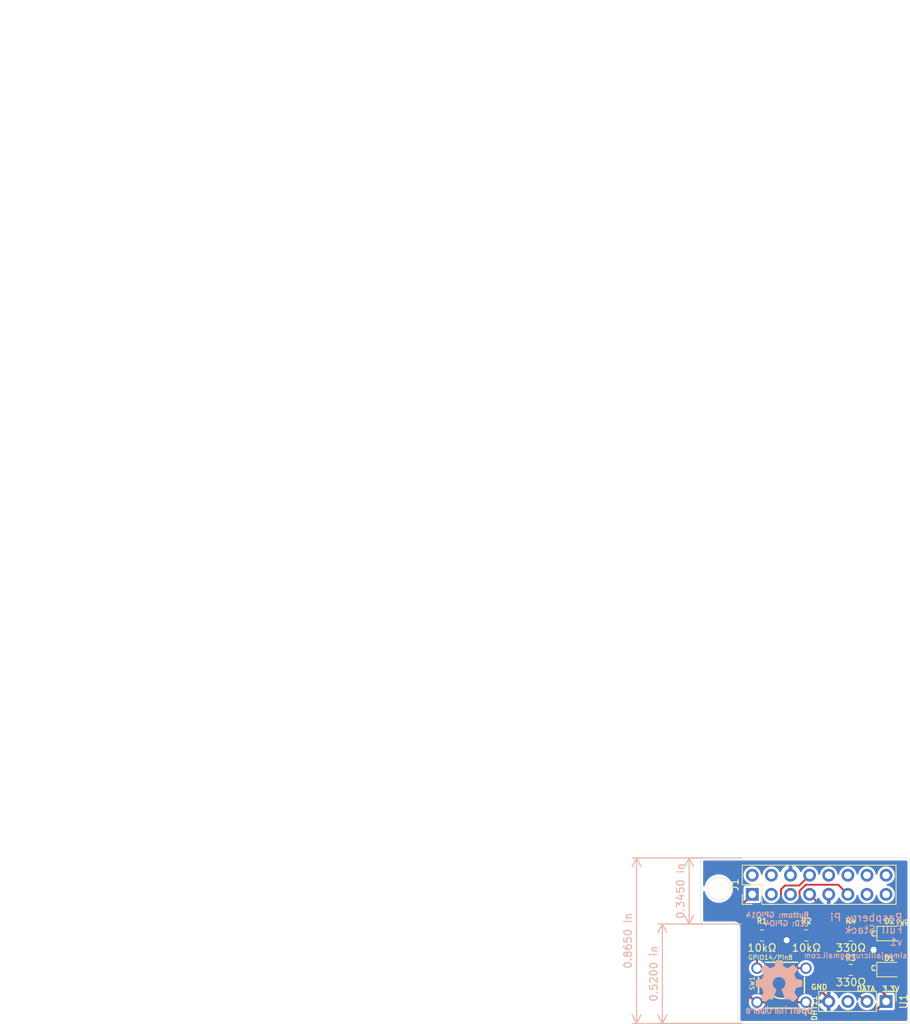
<source format=kicad_pcb>
(kicad_pcb (version 20171130) (host pcbnew 5.1.7-a382d34a8~87~ubuntu20.04.1)

  (general
    (thickness 1.6)
    (drawings 25)
    (tracks 69)
    (zones 0)
    (modules 12)
    (nets 19)
  )

  (page A4)
  (title_block
    (title "Raspberry Pi Full Stack HAT")
    (date 2020-11-05)
    (rev "v1 ")
    (comment 1 "Designed by Simon Jalil")
  )

  (layers
    (0 F.Cu signal)
    (31 B.Cu signal)
    (32 B.Adhes user)
    (33 F.Adhes user)
    (34 B.Paste user)
    (35 F.Paste user)
    (36 B.SilkS user)
    (37 F.SilkS user)
    (38 B.Mask user)
    (39 F.Mask user)
    (40 Dwgs.User user)
    (41 Cmts.User user)
    (42 Eco1.User user)
    (43 Eco2.User user)
    (44 Edge.Cuts user)
    (45 Margin user)
    (46 B.CrtYd user)
    (47 F.CrtYd user)
    (48 B.Fab user)
    (49 F.Fab user)
  )

  (setup
    (last_trace_width 0.25)
    (user_trace_width 0.3)
    (trace_clearance 0.2)
    (zone_clearance 0.508)
    (zone_45_only no)
    (trace_min 0.2)
    (via_size 0.8)
    (via_drill 0.4)
    (via_min_size 0.4)
    (via_min_drill 0.3)
    (user_via 1 0.6)
    (uvia_size 0.3)
    (uvia_drill 0.1)
    (uvias_allowed no)
    (uvia_min_size 0.2)
    (uvia_min_drill 0.1)
    (edge_width 0.05)
    (segment_width 0.2)
    (pcb_text_width 0.3)
    (pcb_text_size 1.5 1.5)
    (mod_edge_width 0.12)
    (mod_text_size 1 1)
    (mod_text_width 0.15)
    (pad_size 1.524 1.524)
    (pad_drill 0.762)
    (pad_to_mask_clearance 0)
    (aux_axis_origin 0 0)
    (visible_elements FFFFFF7F)
    (pcbplotparams
      (layerselection 0x010fc_ffffffff)
      (usegerberextensions true)
      (usegerberattributes true)
      (usegerberadvancedattributes true)
      (creategerberjobfile false)
      (excludeedgelayer true)
      (linewidth 0.100000)
      (plotframeref false)
      (viasonmask false)
      (mode 1)
      (useauxorigin false)
      (hpglpennumber 1)
      (hpglpenspeed 20)
      (hpglpendiameter 15.000000)
      (psnegative false)
      (psa4output false)
      (plotreference true)
      (plotvalue true)
      (plotinvisibletext false)
      (padsonsilk false)
      (subtractmaskfromsilk false)
      (outputformat 4)
      (mirror false)
      (drillshape 0)
      (scaleselection 1)
      (outputdirectory "/home/simon/Documentos/FACULTAD/Proyectos_KICAD/Proyecto2_KICAD/RPI_HAT/PDF/"))
  )

  (net 0 "")
  (net 1 GND)
  (net 2 "Net-(D1-Pad2)")
  (net 3 "Net-(D2-Pad2)")
  (net 4 /3V3)
  (net 5 "Net-(J1-Pad2)")
  (net 6 "Net-(J1-Pad3)")
  (net 7 "Net-(J1-Pad4)")
  (net 8 "Net-(J1-Pad5)")
  (net 9 "Net-(J1-Pad7)")
  (net 10 /button_input)
  (net 11 "Net-(J1-Pad10)")
  (net 12 "Net-(J1-Pad11)")
  (net 13 "Net-(J1-Pad12)")
  (net 14 "Net-(J1-Pad13)")
  (net 15 "Net-(J1-Pad14)")
  (net 16 "Net-(J1-Pad15)")
  (net 17 "Net-(J1-Pad16)")
  (net 18 "Net-(U1-Pad3)")

  (net_class Default "This is the default net class."
    (clearance 0.2)
    (trace_width 0.25)
    (via_dia 0.8)
    (via_drill 0.4)
    (uvia_dia 0.3)
    (uvia_drill 0.1)
    (add_net /button_input)
    (add_net "Net-(D1-Pad2)")
    (add_net "Net-(D2-Pad2)")
    (add_net "Net-(J1-Pad10)")
    (add_net "Net-(J1-Pad11)")
    (add_net "Net-(J1-Pad12)")
    (add_net "Net-(J1-Pad13)")
    (add_net "Net-(J1-Pad14)")
    (add_net "Net-(J1-Pad15)")
    (add_net "Net-(J1-Pad16)")
    (add_net "Net-(J1-Pad2)")
    (add_net "Net-(J1-Pad3)")
    (add_net "Net-(J1-Pad4)")
    (add_net "Net-(J1-Pad5)")
    (add_net "Net-(J1-Pad7)")
    (add_net "Net-(U1-Pad3)")
  )

  (net_class Power ""
    (clearance 0.3)
    (trace_width 0.3)
    (via_dia 1)
    (via_drill 0.8)
    (uvia_dia 0.3)
    (uvia_drill 0.1)
    (add_net /3V3)
    (add_net GND)
  )

  (module Symbol:OSHW-Logo2_9.8x8mm_SilkScreen (layer B.Cu) (tedit 0) (tstamp 5FA58DA5)
    (at 99.568 107.315 180)
    (descr "Open Source Hardware Symbol")
    (tags "Logo Symbol OSHW")
    (attr virtual)
    (fp_text reference REF** (at 0 0) (layer B.SilkS) hide
      (effects (font (size 1 1) (thickness 0.15)) (justify mirror))
    )
    (fp_text value OSHW-Logo2_9.8x8mm_SilkScreen (at 0.75 0) (layer B.Fab) hide
      (effects (font (size 1 1) (thickness 0.15)) (justify mirror))
    )
    (fp_poly (pts (xy -3.231114 -2.584505) (xy -3.156461 -2.621727) (xy -3.090569 -2.690261) (xy -3.072423 -2.715648)
      (xy -3.052655 -2.748866) (xy -3.039828 -2.784945) (xy -3.03249 -2.833098) (xy -3.029187 -2.902536)
      (xy -3.028462 -2.994206) (xy -3.031737 -3.11983) (xy -3.043123 -3.214154) (xy -3.064959 -3.284523)
      (xy -3.099581 -3.338286) (xy -3.14933 -3.382788) (xy -3.152986 -3.385423) (xy -3.202015 -3.412377)
      (xy -3.261055 -3.425712) (xy -3.336141 -3.429) (xy -3.458205 -3.429) (xy -3.458256 -3.547497)
      (xy -3.459392 -3.613492) (xy -3.466314 -3.652202) (xy -3.484402 -3.675419) (xy -3.519038 -3.694933)
      (xy -3.527355 -3.69892) (xy -3.56628 -3.717603) (xy -3.596417 -3.729403) (xy -3.618826 -3.730422)
      (xy -3.634567 -3.716761) (xy -3.644698 -3.684522) (xy -3.650277 -3.629804) (xy -3.652365 -3.548711)
      (xy -3.652019 -3.437344) (xy -3.6503 -3.291802) (xy -3.649763 -3.248269) (xy -3.647828 -3.098205)
      (xy -3.646096 -3.000042) (xy -3.458308 -3.000042) (xy -3.457252 -3.083364) (xy -3.452562 -3.13788)
      (xy -3.441949 -3.173837) (xy -3.423128 -3.201482) (xy -3.41035 -3.214965) (xy -3.35811 -3.254417)
      (xy -3.311858 -3.257628) (xy -3.264133 -3.225049) (xy -3.262923 -3.223846) (xy -3.243506 -3.198668)
      (xy -3.231693 -3.164447) (xy -3.225735 -3.111748) (xy -3.22388 -3.031131) (xy -3.223846 -3.013271)
      (xy -3.22833 -2.902175) (xy -3.242926 -2.825161) (xy -3.26935 -2.778147) (xy -3.309317 -2.75705)
      (xy -3.332416 -2.754923) (xy -3.387238 -2.7649) (xy -3.424842 -2.797752) (xy -3.447477 -2.857857)
      (xy -3.457394 -2.949598) (xy -3.458308 -3.000042) (xy -3.646096 -3.000042) (xy -3.645778 -2.98206)
      (xy -3.643127 -2.894679) (xy -3.639394 -2.830905) (xy -3.634093 -2.785582) (xy -3.626742 -2.753555)
      (xy -3.616857 -2.729668) (xy -3.603954 -2.708764) (xy -3.598421 -2.700898) (xy -3.525031 -2.626595)
      (xy -3.43224 -2.584467) (xy -3.324904 -2.572722) (xy -3.231114 -2.584505)) (layer B.SilkS) (width 0.01))
    (fp_poly (pts (xy -1.728336 -2.595089) (xy -1.665633 -2.631358) (xy -1.622039 -2.667358) (xy -1.590155 -2.705075)
      (xy -1.56819 -2.751199) (xy -1.554351 -2.812421) (xy -1.546847 -2.895431) (xy -1.543883 -3.006919)
      (xy -1.543539 -3.087062) (xy -1.543539 -3.382065) (xy -1.709615 -3.456515) (xy -1.719385 -3.133402)
      (xy -1.723421 -3.012729) (xy -1.727656 -2.925141) (xy -1.732903 -2.86465) (xy -1.739975 -2.825268)
      (xy -1.749689 -2.801007) (xy -1.762856 -2.78588) (xy -1.767081 -2.782606) (xy -1.831091 -2.757034)
      (xy -1.895792 -2.767153) (xy -1.934308 -2.794) (xy -1.949975 -2.813024) (xy -1.96082 -2.837988)
      (xy -1.967712 -2.875834) (xy -1.971521 -2.933502) (xy -1.973117 -3.017935) (xy -1.973385 -3.105928)
      (xy -1.973437 -3.216323) (xy -1.975328 -3.294463) (xy -1.981655 -3.347165) (xy -1.995017 -3.381242)
      (xy -2.018015 -3.403511) (xy -2.053246 -3.420787) (xy -2.100303 -3.438738) (xy -2.151697 -3.458278)
      (xy -2.145579 -3.111485) (xy -2.143116 -2.986468) (xy -2.140233 -2.894082) (xy -2.136102 -2.827881)
      (xy -2.129893 -2.78142) (xy -2.120774 -2.748256) (xy -2.107917 -2.721944) (xy -2.092416 -2.698729)
      (xy -2.017629 -2.624569) (xy -1.926372 -2.581684) (xy -1.827117 -2.571412) (xy -1.728336 -2.595089)) (layer B.SilkS) (width 0.01))
    (fp_poly (pts (xy -3.983114 -2.587256) (xy -3.891536 -2.635409) (xy -3.823951 -2.712905) (xy -3.799943 -2.762727)
      (xy -3.781262 -2.837533) (xy -3.771699 -2.932052) (xy -3.770792 -3.03521) (xy -3.778079 -3.135935)
      (xy -3.793097 -3.223153) (xy -3.815385 -3.285791) (xy -3.822235 -3.296579) (xy -3.903368 -3.377105)
      (xy -3.999734 -3.425336) (xy -4.104299 -3.43945) (xy -4.210032 -3.417629) (xy -4.239457 -3.404547)
      (xy -4.296759 -3.364231) (xy -4.34705 -3.310775) (xy -4.351803 -3.303995) (xy -4.371122 -3.271321)
      (xy -4.383892 -3.236394) (xy -4.391436 -3.190414) (xy -4.395076 -3.124584) (xy -4.396135 -3.030105)
      (xy -4.396154 -3.008923) (xy -4.396106 -3.002182) (xy -4.200769 -3.002182) (xy -4.199632 -3.091349)
      (xy -4.195159 -3.15052) (xy -4.185754 -3.188741) (xy -4.169824 -3.215053) (xy -4.161692 -3.223846)
      (xy -4.114942 -3.257261) (xy -4.069553 -3.255737) (xy -4.02366 -3.226752) (xy -3.996288 -3.195809)
      (xy -3.980077 -3.150643) (xy -3.970974 -3.07942) (xy -3.970349 -3.071114) (xy -3.968796 -2.942037)
      (xy -3.985035 -2.846172) (xy -4.018848 -2.784107) (xy -4.070016 -2.756432) (xy -4.08828 -2.754923)
      (xy -4.13624 -2.762513) (xy -4.169047 -2.788808) (xy -4.189105 -2.839095) (xy -4.198822 -2.918664)
      (xy -4.200769 -3.002182) (xy -4.396106 -3.002182) (xy -4.395426 -2.908249) (xy -4.392371 -2.837906)
      (xy -4.385678 -2.789163) (xy -4.37404 -2.753288) (xy -4.356147 -2.721548) (xy -4.352192 -2.715648)
      (xy -4.285733 -2.636104) (xy -4.213315 -2.589929) (xy -4.125151 -2.571599) (xy -4.095213 -2.570703)
      (xy -3.983114 -2.587256)) (layer B.SilkS) (width 0.01))
    (fp_poly (pts (xy -2.465746 -2.599745) (xy -2.388714 -2.651567) (xy -2.329184 -2.726412) (xy -2.293622 -2.821654)
      (xy -2.286429 -2.891756) (xy -2.287246 -2.921009) (xy -2.294086 -2.943407) (xy -2.312888 -2.963474)
      (xy -2.349592 -2.985733) (xy -2.410138 -3.014709) (xy -2.500466 -3.054927) (xy -2.500923 -3.055129)
      (xy -2.584067 -3.09321) (xy -2.652247 -3.127025) (xy -2.698495 -3.152933) (xy -2.715842 -3.167295)
      (xy -2.715846 -3.167411) (xy -2.700557 -3.198685) (xy -2.664804 -3.233157) (xy -2.623758 -3.25799)
      (xy -2.602963 -3.262923) (xy -2.54623 -3.245862) (xy -2.497373 -3.203133) (xy -2.473535 -3.156155)
      (xy -2.450603 -3.121522) (xy -2.405682 -3.082081) (xy -2.352877 -3.048009) (xy -2.30629 -3.02948)
      (xy -2.296548 -3.028462) (xy -2.285582 -3.045215) (xy -2.284921 -3.088039) (xy -2.29298 -3.145781)
      (xy -2.308173 -3.207289) (xy -2.328914 -3.261409) (xy -2.329962 -3.26351) (xy -2.392379 -3.35066)
      (xy -2.473274 -3.409939) (xy -2.565144 -3.439034) (xy -2.660487 -3.435634) (xy -2.751802 -3.397428)
      (xy -2.755862 -3.394741) (xy -2.827694 -3.329642) (xy -2.874927 -3.244705) (xy -2.901066 -3.133021)
      (xy -2.904574 -3.101643) (xy -2.910787 -2.953536) (xy -2.903339 -2.884468) (xy -2.715846 -2.884468)
      (xy -2.71341 -2.927552) (xy -2.700086 -2.940126) (xy -2.666868 -2.930719) (xy -2.614506 -2.908483)
      (xy -2.555976 -2.88061) (xy -2.554521 -2.879872) (xy -2.504911 -2.853777) (xy -2.485 -2.836363)
      (xy -2.48991 -2.818107) (xy -2.510584 -2.79412) (xy -2.563181 -2.759406) (xy -2.619823 -2.756856)
      (xy -2.670631 -2.782119) (xy -2.705724 -2.830847) (xy -2.715846 -2.884468) (xy -2.903339 -2.884468)
      (xy -2.898008 -2.835036) (xy -2.865222 -2.741055) (xy -2.819579 -2.675215) (xy -2.737198 -2.608681)
      (xy -2.646454 -2.575676) (xy -2.553815 -2.573573) (xy -2.465746 -2.599745)) (layer B.SilkS) (width 0.01))
    (fp_poly (pts (xy -0.840154 -2.49212) (xy -0.834428 -2.57198) (xy -0.827851 -2.619039) (xy -0.818738 -2.639566)
      (xy -0.805402 -2.639829) (xy -0.801077 -2.637378) (xy -0.743556 -2.619636) (xy -0.668732 -2.620672)
      (xy -0.592661 -2.63891) (xy -0.545082 -2.662505) (xy -0.496298 -2.700198) (xy -0.460636 -2.742855)
      (xy -0.436155 -2.797057) (xy -0.420913 -2.869384) (xy -0.41297 -2.966419) (xy -0.410384 -3.094742)
      (xy -0.410338 -3.119358) (xy -0.410308 -3.39587) (xy -0.471839 -3.41732) (xy -0.515541 -3.431912)
      (xy -0.539518 -3.438706) (xy -0.540223 -3.438769) (xy -0.542585 -3.420345) (xy -0.544594 -3.369526)
      (xy -0.546099 -3.292993) (xy -0.546947 -3.19743) (xy -0.547077 -3.139329) (xy -0.547349 -3.024771)
      (xy -0.548748 -2.942667) (xy -0.552151 -2.886393) (xy -0.558433 -2.849326) (xy -0.568471 -2.824844)
      (xy -0.583139 -2.806325) (xy -0.592298 -2.797406) (xy -0.655211 -2.761466) (xy -0.723864 -2.758775)
      (xy -0.786152 -2.78917) (xy -0.797671 -2.800144) (xy -0.814567 -2.820779) (xy -0.826286 -2.845256)
      (xy -0.833767 -2.880647) (xy -0.837946 -2.934026) (xy -0.839763 -3.012466) (xy -0.840154 -3.120617)
      (xy -0.840154 -3.39587) (xy -0.901685 -3.41732) (xy -0.945387 -3.431912) (xy -0.969364 -3.438706)
      (xy -0.97007 -3.438769) (xy -0.971874 -3.420069) (xy -0.9735 -3.367322) (xy -0.974883 -3.285557)
      (xy -0.975958 -3.179805) (xy -0.97666 -3.055094) (xy -0.976923 -2.916455) (xy -0.976923 -2.381806)
      (xy -0.849923 -2.328236) (xy -0.840154 -2.49212)) (layer B.SilkS) (width 0.01))
    (fp_poly (pts (xy 0.053501 -2.626303) (xy 0.13006 -2.654733) (xy 0.130936 -2.655279) (xy 0.178285 -2.690127)
      (xy 0.213241 -2.730852) (xy 0.237825 -2.783925) (xy 0.254062 -2.855814) (xy 0.263975 -2.952992)
      (xy 0.269586 -3.081928) (xy 0.270077 -3.100298) (xy 0.277141 -3.377287) (xy 0.217695 -3.408028)
      (xy 0.174681 -3.428802) (xy 0.14871 -3.438646) (xy 0.147509 -3.438769) (xy 0.143014 -3.420606)
      (xy 0.139444 -3.371612) (xy 0.137248 -3.300031) (xy 0.136769 -3.242068) (xy 0.136758 -3.14817)
      (xy 0.132466 -3.089203) (xy 0.117503 -3.061079) (xy 0.085482 -3.059706) (xy 0.030014 -3.080998)
      (xy -0.053731 -3.120136) (xy -0.115311 -3.152643) (xy -0.146983 -3.180845) (xy -0.156294 -3.211582)
      (xy -0.156308 -3.213104) (xy -0.140943 -3.266054) (xy -0.095453 -3.29466) (xy -0.025834 -3.298803)
      (xy 0.024313 -3.298084) (xy 0.050754 -3.312527) (xy 0.067243 -3.347218) (xy 0.076733 -3.391416)
      (xy 0.063057 -3.416493) (xy 0.057907 -3.420082) (xy 0.009425 -3.434496) (xy -0.058469 -3.436537)
      (xy -0.128388 -3.426983) (xy -0.177932 -3.409522) (xy -0.24643 -3.351364) (xy -0.285366 -3.270408)
      (xy -0.293077 -3.20716) (xy -0.287193 -3.150111) (xy -0.265899 -3.103542) (xy -0.223735 -3.062181)
      (xy -0.155241 -3.020755) (xy -0.054956 -2.973993) (xy -0.048846 -2.97135) (xy 0.04149 -2.929617)
      (xy 0.097235 -2.895391) (xy 0.121129 -2.864635) (xy 0.115913 -2.833311) (xy 0.084328 -2.797383)
      (xy 0.074883 -2.789116) (xy 0.011617 -2.757058) (xy -0.053936 -2.758407) (xy -0.111028 -2.789838)
      (xy -0.148907 -2.848024) (xy -0.152426 -2.859446) (xy -0.1867 -2.914837) (xy -0.230191 -2.941518)
      (xy -0.293077 -2.96796) (xy -0.293077 -2.899548) (xy -0.273948 -2.80011) (xy -0.217169 -2.708902)
      (xy -0.187622 -2.678389) (xy -0.120458 -2.639228) (xy -0.035044 -2.6215) (xy 0.053501 -2.626303)) (layer B.SilkS) (width 0.01))
    (fp_poly (pts (xy 0.713362 -2.62467) (xy 0.802117 -2.657421) (xy 0.874022 -2.71535) (xy 0.902144 -2.756128)
      (xy 0.932802 -2.830954) (xy 0.932165 -2.885058) (xy 0.899987 -2.921446) (xy 0.888081 -2.927633)
      (xy 0.836675 -2.946925) (xy 0.810422 -2.941982) (xy 0.80153 -2.909587) (xy 0.801077 -2.891692)
      (xy 0.784797 -2.825859) (xy 0.742365 -2.779807) (xy 0.683388 -2.757564) (xy 0.617475 -2.763161)
      (xy 0.563895 -2.792229) (xy 0.545798 -2.80881) (xy 0.532971 -2.828925) (xy 0.524306 -2.859332)
      (xy 0.518696 -2.906788) (xy 0.515035 -2.97805) (xy 0.512215 -3.079875) (xy 0.511484 -3.112115)
      (xy 0.50882 -3.22241) (xy 0.505792 -3.300036) (xy 0.50125 -3.351396) (xy 0.494046 -3.38289)
      (xy 0.483033 -3.40092) (xy 0.46706 -3.411888) (xy 0.456834 -3.416733) (xy 0.413406 -3.433301)
      (xy 0.387842 -3.438769) (xy 0.379395 -3.420507) (xy 0.374239 -3.365296) (xy 0.372346 -3.272499)
      (xy 0.373689 -3.141478) (xy 0.374107 -3.121269) (xy 0.377058 -3.001733) (xy 0.380548 -2.914449)
      (xy 0.385514 -2.852591) (xy 0.392893 -2.809336) (xy 0.403624 -2.77786) (xy 0.418645 -2.751339)
      (xy 0.426502 -2.739975) (xy 0.471553 -2.689692) (xy 0.52194 -2.650581) (xy 0.528108 -2.647167)
      (xy 0.618458 -2.620212) (xy 0.713362 -2.62467)) (layer B.SilkS) (width 0.01))
    (fp_poly (pts (xy 1.602081 -2.780289) (xy 1.601833 -2.92632) (xy 1.600872 -3.038655) (xy 1.598794 -3.122678)
      (xy 1.595193 -3.183769) (xy 1.589665 -3.227309) (xy 1.581804 -3.258679) (xy 1.571207 -3.283262)
      (xy 1.563182 -3.297294) (xy 1.496728 -3.373388) (xy 1.41247 -3.421084) (xy 1.319249 -3.438199)
      (xy 1.2259 -3.422546) (xy 1.170312 -3.394418) (xy 1.111957 -3.34576) (xy 1.072186 -3.286333)
      (xy 1.04819 -3.208507) (xy 1.037161 -3.104652) (xy 1.035599 -3.028462) (xy 1.035809 -3.022986)
      (xy 1.172308 -3.022986) (xy 1.173141 -3.110355) (xy 1.176961 -3.168192) (xy 1.185746 -3.206029)
      (xy 1.201474 -3.233398) (xy 1.220266 -3.254042) (xy 1.283375 -3.29389) (xy 1.351137 -3.297295)
      (xy 1.415179 -3.264025) (xy 1.420164 -3.259517) (xy 1.441439 -3.236067) (xy 1.454779 -3.208166)
      (xy 1.462001 -3.166641) (xy 1.464923 -3.102316) (xy 1.465385 -3.0312) (xy 1.464383 -2.941858)
      (xy 1.460238 -2.882258) (xy 1.451236 -2.843089) (xy 1.435667 -2.81504) (xy 1.422902 -2.800144)
      (xy 1.3636 -2.762575) (xy 1.295301 -2.758057) (xy 1.23011 -2.786753) (xy 1.217528 -2.797406)
      (xy 1.196111 -2.821063) (xy 1.182744 -2.849251) (xy 1.175566 -2.891245) (xy 1.172719 -2.956319)
      (xy 1.172308 -3.022986) (xy 1.035809 -3.022986) (xy 1.040322 -2.905765) (xy 1.056362 -2.813577)
      (xy 1.086528 -2.744269) (xy 1.133629 -2.690211) (xy 1.170312 -2.662505) (xy 1.23699 -2.632572)
      (xy 1.314272 -2.618678) (xy 1.38611 -2.622397) (xy 1.426308 -2.6374) (xy 1.442082 -2.64167)
      (xy 1.45255 -2.62575) (xy 1.459856 -2.583089) (xy 1.465385 -2.518106) (xy 1.471437 -2.445732)
      (xy 1.479844 -2.402187) (xy 1.495141 -2.377287) (xy 1.521864 -2.360845) (xy 1.538654 -2.353564)
      (xy 1.602154 -2.326963) (xy 1.602081 -2.780289)) (layer B.SilkS) (width 0.01))
    (fp_poly (pts (xy 2.395929 -2.636662) (xy 2.398911 -2.688068) (xy 2.401247 -2.766192) (xy 2.402749 -2.864857)
      (xy 2.403231 -2.968343) (xy 2.403231 -3.318533) (xy 2.341401 -3.380363) (xy 2.298793 -3.418462)
      (xy 2.26139 -3.433895) (xy 2.21027 -3.432918) (xy 2.189978 -3.430433) (xy 2.126554 -3.4232)
      (xy 2.074095 -3.419055) (xy 2.061308 -3.418672) (xy 2.018199 -3.421176) (xy 1.956544 -3.427462)
      (xy 1.932638 -3.430433) (xy 1.873922 -3.435028) (xy 1.834464 -3.425046) (xy 1.795338 -3.394228)
      (xy 1.781215 -3.380363) (xy 1.719385 -3.318533) (xy 1.719385 -2.663503) (xy 1.76915 -2.640829)
      (xy 1.812002 -2.624034) (xy 1.837073 -2.618154) (xy 1.843501 -2.636736) (xy 1.849509 -2.688655)
      (xy 1.854697 -2.768172) (xy 1.858664 -2.869546) (xy 1.860577 -2.955192) (xy 1.865923 -3.292231)
      (xy 1.91256 -3.298825) (xy 1.954976 -3.294214) (xy 1.97576 -3.279287) (xy 1.98157 -3.251377)
      (xy 1.98653 -3.191925) (xy 1.990246 -3.108466) (xy 1.992324 -3.008532) (xy 1.992624 -2.957104)
      (xy 1.992923 -2.661054) (xy 2.054454 -2.639604) (xy 2.098004 -2.62502) (xy 2.121694 -2.618219)
      (xy 2.122377 -2.618154) (xy 2.124754 -2.636642) (xy 2.127366 -2.687906) (xy 2.129995 -2.765649)
      (xy 2.132421 -2.863574) (xy 2.134115 -2.955192) (xy 2.139461 -3.292231) (xy 2.256692 -3.292231)
      (xy 2.262072 -2.984746) (xy 2.267451 -2.677261) (xy 2.324601 -2.647707) (xy 2.366797 -2.627413)
      (xy 2.39177 -2.618204) (xy 2.392491 -2.618154) (xy 2.395929 -2.636662)) (layer B.SilkS) (width 0.01))
    (fp_poly (pts (xy 2.887333 -2.633528) (xy 2.94359 -2.659117) (xy 2.987747 -2.690124) (xy 3.020101 -2.724795)
      (xy 3.042438 -2.76952) (xy 3.056546 -2.830692) (xy 3.064211 -2.914701) (xy 3.06722 -3.02794)
      (xy 3.067538 -3.102509) (xy 3.067538 -3.39342) (xy 3.017773 -3.416095) (xy 2.978576 -3.432667)
      (xy 2.959157 -3.438769) (xy 2.955442 -3.42061) (xy 2.952495 -3.371648) (xy 2.950691 -3.300153)
      (xy 2.950308 -3.243385) (xy 2.948661 -3.161371) (xy 2.944222 -3.096309) (xy 2.93774 -3.056467)
      (xy 2.93259 -3.048) (xy 2.897977 -3.056646) (xy 2.84364 -3.078823) (xy 2.780722 -3.108886)
      (xy 2.720368 -3.141192) (xy 2.673721 -3.170098) (xy 2.651926 -3.189961) (xy 2.651839 -3.190175)
      (xy 2.653714 -3.226935) (xy 2.670525 -3.262026) (xy 2.700039 -3.290528) (xy 2.743116 -3.300061)
      (xy 2.779932 -3.29895) (xy 2.832074 -3.298133) (xy 2.859444 -3.310349) (xy 2.875882 -3.342624)
      (xy 2.877955 -3.34871) (xy 2.885081 -3.394739) (xy 2.866024 -3.422687) (xy 2.816353 -3.436007)
      (xy 2.762697 -3.43847) (xy 2.666142 -3.42021) (xy 2.616159 -3.394131) (xy 2.554429 -3.332868)
      (xy 2.52169 -3.25767) (xy 2.518753 -3.178211) (xy 2.546424 -3.104167) (xy 2.588047 -3.057769)
      (xy 2.629604 -3.031793) (xy 2.694922 -2.998907) (xy 2.771038 -2.965557) (xy 2.783726 -2.960461)
      (xy 2.867333 -2.923565) (xy 2.91553 -2.891046) (xy 2.93103 -2.858718) (xy 2.91655 -2.822394)
      (xy 2.891692 -2.794) (xy 2.832939 -2.759039) (xy 2.768293 -2.756417) (xy 2.709008 -2.783358)
      (xy 2.666339 -2.837088) (xy 2.660739 -2.85095) (xy 2.628133 -2.901936) (xy 2.58053 -2.939787)
      (xy 2.520461 -2.97085) (xy 2.520461 -2.882768) (xy 2.523997 -2.828951) (xy 2.539156 -2.786534)
      (xy 2.572768 -2.741279) (xy 2.605035 -2.70642) (xy 2.655209 -2.657062) (xy 2.694193 -2.630547)
      (xy 2.736064 -2.619911) (xy 2.78346 -2.618154) (xy 2.887333 -2.633528)) (layer B.SilkS) (width 0.01))
    (fp_poly (pts (xy 3.570807 -2.636782) (xy 3.594161 -2.646988) (xy 3.649902 -2.691134) (xy 3.697569 -2.754967)
      (xy 3.727048 -2.823087) (xy 3.731846 -2.85667) (xy 3.71576 -2.903556) (xy 3.680475 -2.928365)
      (xy 3.642644 -2.943387) (xy 3.625321 -2.946155) (xy 3.616886 -2.926066) (xy 3.60023 -2.882351)
      (xy 3.592923 -2.862598) (xy 3.551948 -2.794271) (xy 3.492622 -2.760191) (xy 3.416552 -2.761239)
      (xy 3.410918 -2.762581) (xy 3.370305 -2.781836) (xy 3.340448 -2.819375) (xy 3.320055 -2.879809)
      (xy 3.307836 -2.967751) (xy 3.3025 -3.087813) (xy 3.302 -3.151698) (xy 3.301752 -3.252403)
      (xy 3.300126 -3.321054) (xy 3.295801 -3.364673) (xy 3.287454 -3.390282) (xy 3.273765 -3.404903)
      (xy 3.253411 -3.415558) (xy 3.252234 -3.416095) (xy 3.213038 -3.432667) (xy 3.193619 -3.438769)
      (xy 3.190635 -3.420319) (xy 3.188081 -3.369323) (xy 3.18614 -3.292308) (xy 3.184997 -3.195805)
      (xy 3.184769 -3.125184) (xy 3.185932 -2.988525) (xy 3.190479 -2.884851) (xy 3.199999 -2.808108)
      (xy 3.216081 -2.752246) (xy 3.240313 -2.711212) (xy 3.274286 -2.678954) (xy 3.307833 -2.65644)
      (xy 3.388499 -2.626476) (xy 3.482381 -2.619718) (xy 3.570807 -2.636782)) (layer B.SilkS) (width 0.01))
    (fp_poly (pts (xy 4.245224 -2.647838) (xy 4.322528 -2.698361) (xy 4.359814 -2.74359) (xy 4.389353 -2.825663)
      (xy 4.391699 -2.890607) (xy 4.386385 -2.977445) (xy 4.186115 -3.065103) (xy 4.088739 -3.109887)
      (xy 4.025113 -3.145913) (xy 3.992029 -3.177117) (xy 3.98628 -3.207436) (xy 4.004658 -3.240805)
      (xy 4.024923 -3.262923) (xy 4.083889 -3.298393) (xy 4.148024 -3.300879) (xy 4.206926 -3.273235)
      (xy 4.250197 -3.21832) (xy 4.257936 -3.198928) (xy 4.295006 -3.138364) (xy 4.337654 -3.112552)
      (xy 4.396154 -3.090471) (xy 4.396154 -3.174184) (xy 4.390982 -3.23115) (xy 4.370723 -3.279189)
      (xy 4.328262 -3.334346) (xy 4.321951 -3.341514) (xy 4.27472 -3.390585) (xy 4.234121 -3.41692)
      (xy 4.183328 -3.429035) (xy 4.14122 -3.433003) (xy 4.065902 -3.433991) (xy 4.012286 -3.421466)
      (xy 3.978838 -3.402869) (xy 3.926268 -3.361975) (xy 3.889879 -3.317748) (xy 3.86685 -3.262126)
      (xy 3.854359 -3.187047) (xy 3.849587 -3.084449) (xy 3.849206 -3.032376) (xy 3.850501 -2.969948)
      (xy 3.968471 -2.969948) (xy 3.969839 -3.003438) (xy 3.973249 -3.008923) (xy 3.995753 -3.001472)
      (xy 4.044182 -2.981753) (xy 4.108908 -2.953718) (xy 4.122443 -2.947692) (xy 4.204244 -2.906096)
      (xy 4.249312 -2.869538) (xy 4.259217 -2.835296) (xy 4.235526 -2.800648) (xy 4.21596 -2.785339)
      (xy 4.14536 -2.754721) (xy 4.07928 -2.75978) (xy 4.023959 -2.797151) (xy 3.985636 -2.863473)
      (xy 3.973349 -2.916116) (xy 3.968471 -2.969948) (xy 3.850501 -2.969948) (xy 3.85173 -2.91072)
      (xy 3.861032 -2.82071) (xy 3.87946 -2.755167) (xy 3.90936 -2.706912) (xy 3.95308 -2.668767)
      (xy 3.972141 -2.65644) (xy 4.058726 -2.624336) (xy 4.153522 -2.622316) (xy 4.245224 -2.647838)) (layer B.SilkS) (width 0.01))
    (fp_poly (pts (xy 0.139878 3.712224) (xy 0.245612 3.711645) (xy 0.322132 3.710078) (xy 0.374372 3.707028)
      (xy 0.407263 3.702004) (xy 0.425737 3.694511) (xy 0.434727 3.684056) (xy 0.439163 3.670147)
      (xy 0.439594 3.668346) (xy 0.446333 3.635855) (xy 0.458808 3.571748) (xy 0.475719 3.482849)
      (xy 0.495771 3.375981) (xy 0.517664 3.257967) (xy 0.518429 3.253822) (xy 0.540359 3.138169)
      (xy 0.560877 3.035986) (xy 0.578659 2.953402) (xy 0.592381 2.896544) (xy 0.600718 2.871542)
      (xy 0.601116 2.871099) (xy 0.625677 2.85889) (xy 0.676315 2.838544) (xy 0.742095 2.814455)
      (xy 0.742461 2.814326) (xy 0.825317 2.783182) (xy 0.923 2.743509) (xy 1.015077 2.703619)
      (xy 1.019434 2.701647) (xy 1.169407 2.63358) (xy 1.501498 2.860361) (xy 1.603374 2.929496)
      (xy 1.695657 2.991303) (xy 1.773003 3.042267) (xy 1.830064 3.078873) (xy 1.861495 3.097606)
      (xy 1.864479 3.098996) (xy 1.887321 3.09281) (xy 1.929982 3.062965) (xy 1.994128 3.008053)
      (xy 2.081421 2.926666) (xy 2.170535 2.840078) (xy 2.256441 2.754753) (xy 2.333327 2.676892)
      (xy 2.396564 2.611303) (xy 2.441523 2.562795) (xy 2.463576 2.536175) (xy 2.464396 2.534805)
      (xy 2.466834 2.516537) (xy 2.45765 2.486705) (xy 2.434574 2.441279) (xy 2.395337 2.37623)
      (xy 2.33767 2.28753) (xy 2.260795 2.173343) (xy 2.19257 2.072838) (xy 2.131582 1.982697)
      (xy 2.081356 1.908151) (xy 2.045416 1.854435) (xy 2.027287 1.826782) (xy 2.026146 1.824905)
      (xy 2.028359 1.79841) (xy 2.045138 1.746914) (xy 2.073142 1.680149) (xy 2.083122 1.658828)
      (xy 2.126672 1.563841) (xy 2.173134 1.456063) (xy 2.210877 1.362808) (xy 2.238073 1.293594)
      (xy 2.259675 1.240994) (xy 2.272158 1.213503) (xy 2.273709 1.211384) (xy 2.296668 1.207876)
      (xy 2.350786 1.198262) (xy 2.428868 1.183911) (xy 2.523719 1.166193) (xy 2.628143 1.146475)
      (xy 2.734944 1.126126) (xy 2.836926 1.106514) (xy 2.926894 1.089009) (xy 2.997653 1.074978)
      (xy 3.042006 1.065791) (xy 3.052885 1.063193) (xy 3.064122 1.056782) (xy 3.072605 1.042303)
      (xy 3.078714 1.014867) (xy 3.082832 0.969589) (xy 3.085341 0.90158) (xy 3.086621 0.805953)
      (xy 3.087054 0.67782) (xy 3.087077 0.625299) (xy 3.087077 0.198155) (xy 2.9845 0.177909)
      (xy 2.927431 0.16693) (xy 2.842269 0.150905) (xy 2.739372 0.131767) (xy 2.629096 0.111449)
      (xy 2.598615 0.105868) (xy 2.496855 0.086083) (xy 2.408205 0.066627) (xy 2.340108 0.049303)
      (xy 2.300004 0.035912) (xy 2.293323 0.031921) (xy 2.276919 0.003658) (xy 2.253399 -0.051109)
      (xy 2.227316 -0.121588) (xy 2.222142 -0.136769) (xy 2.187956 -0.230896) (xy 2.145523 -0.337101)
      (xy 2.103997 -0.432473) (xy 2.103792 -0.432916) (xy 2.03464 -0.582525) (xy 2.489512 -1.251617)
      (xy 2.1975 -1.544116) (xy 2.10918 -1.63117) (xy 2.028625 -1.707909) (xy 1.96036 -1.770237)
      (xy 1.908908 -1.814056) (xy 1.878794 -1.83527) (xy 1.874474 -1.836616) (xy 1.849111 -1.826016)
      (xy 1.797358 -1.796547) (xy 1.724868 -1.751705) (xy 1.637294 -1.694984) (xy 1.542612 -1.631462)
      (xy 1.446516 -1.566668) (xy 1.360837 -1.510287) (xy 1.291016 -1.465788) (xy 1.242494 -1.436639)
      (xy 1.220782 -1.426308) (xy 1.194293 -1.43505) (xy 1.144062 -1.458087) (xy 1.080451 -1.490631)
      (xy 1.073708 -1.494249) (xy 0.988046 -1.53721) (xy 0.929306 -1.558279) (xy 0.892772 -1.558503)
      (xy 0.873731 -1.538928) (xy 0.87362 -1.538654) (xy 0.864102 -1.515472) (xy 0.841403 -1.460441)
      (xy 0.807282 -1.377822) (xy 0.7635 -1.271872) (xy 0.711816 -1.146852) (xy 0.653992 -1.00702)
      (xy 0.597991 -0.871637) (xy 0.536447 -0.722234) (xy 0.479939 -0.583832) (xy 0.430161 -0.460673)
      (xy 0.388806 -0.357002) (xy 0.357568 -0.277059) (xy 0.338141 -0.225088) (xy 0.332154 -0.205692)
      (xy 0.347168 -0.183443) (xy 0.386439 -0.147982) (xy 0.438807 -0.108887) (xy 0.587941 0.014755)
      (xy 0.704511 0.156478) (xy 0.787118 0.313296) (xy 0.834366 0.482225) (xy 0.844857 0.660278)
      (xy 0.837231 0.742461) (xy 0.795682 0.912969) (xy 0.724123 1.063541) (xy 0.626995 1.192691)
      (xy 0.508734 1.298936) (xy 0.37378 1.38079) (xy 0.226571 1.436768) (xy 0.071544 1.465385)
      (xy -0.086861 1.465156) (xy -0.244206 1.434595) (xy -0.396054 1.372218) (xy -0.537965 1.27654)
      (xy -0.597197 1.222428) (xy -0.710797 1.08348) (xy -0.789894 0.931639) (xy -0.835014 0.771333)
      (xy -0.846684 0.606988) (xy -0.825431 0.443029) (xy -0.77178 0.283882) (xy -0.68626 0.133975)
      (xy -0.569395 -0.002267) (xy -0.438807 -0.108887) (xy -0.384412 -0.149642) (xy -0.345986 -0.184718)
      (xy -0.332154 -0.205726) (xy -0.339397 -0.228635) (xy -0.359995 -0.283365) (xy -0.392254 -0.365672)
      (xy -0.434479 -0.471315) (xy -0.484977 -0.59605) (xy -0.542052 -0.735636) (xy -0.598146 -0.87167)
      (xy -0.660033 -1.021201) (xy -0.717356 -1.159767) (xy -0.768356 -1.283107) (xy -0.811273 -1.386964)
      (xy -0.844347 -1.46708) (xy -0.865819 -1.519195) (xy -0.873775 -1.538654) (xy -0.892571 -1.558423)
      (xy -0.928926 -1.558365) (xy -0.987521 -1.537441) (xy -1.073032 -1.494613) (xy -1.073708 -1.494249)
      (xy -1.138093 -1.461012) (xy -1.190139 -1.436802) (xy -1.219488 -1.426404) (xy -1.220783 -1.426308)
      (xy -1.242876 -1.436855) (xy -1.291652 -1.466184) (xy -1.361669 -1.510827) (xy -1.447486 -1.567314)
      (xy -1.542612 -1.631462) (xy -1.63946 -1.696411) (xy -1.726747 -1.752896) (xy -1.798819 -1.797421)
      (xy -1.850023 -1.82649) (xy -1.874474 -1.836616) (xy -1.89699 -1.823307) (xy -1.942258 -1.786112)
      (xy -2.005756 -1.729128) (xy -2.082961 -1.656449) (xy -2.169349 -1.572171) (xy -2.197601 -1.544016)
      (xy -2.489713 -1.251416) (xy -2.267369 -0.925104) (xy -2.199798 -0.824897) (xy -2.140493 -0.734963)
      (xy -2.092783 -0.66051) (xy -2.059993 -0.606751) (xy -2.045452 -0.578894) (xy -2.045026 -0.576912)
      (xy -2.052692 -0.550655) (xy -2.073311 -0.497837) (xy -2.103315 -0.42731) (xy -2.124375 -0.380093)
      (xy -2.163752 -0.289694) (xy -2.200835 -0.198366) (xy -2.229585 -0.1212) (xy -2.237395 -0.097692)
      (xy -2.259583 -0.034916) (xy -2.281273 0.013589) (xy -2.293187 0.031921) (xy -2.319477 0.043141)
      (xy -2.376858 0.059046) (xy -2.457882 0.077833) (xy -2.555105 0.097701) (xy -2.598615 0.105868)
      (xy -2.709104 0.126171) (xy -2.815084 0.14583) (xy -2.906199 0.162912) (xy -2.972092 0.175482)
      (xy -2.9845 0.177909) (xy -3.087077 0.198155) (xy -3.087077 0.625299) (xy -3.086847 0.765754)
      (xy -3.085901 0.872021) (xy -3.083859 0.948987) (xy -3.080338 1.00154) (xy -3.074957 1.034567)
      (xy -3.067334 1.052955) (xy -3.057088 1.061592) (xy -3.052885 1.063193) (xy -3.02753 1.068873)
      (xy -2.971516 1.080205) (xy -2.892036 1.095821) (xy -2.796288 1.114353) (xy -2.691467 1.134431)
      (xy -2.584768 1.154688) (xy -2.483387 1.173754) (xy -2.394521 1.190261) (xy -2.325363 1.202841)
      (xy -2.283111 1.210125) (xy -2.27371 1.211384) (xy -2.265193 1.228237) (xy -2.24634 1.27313)
      (xy -2.220676 1.33757) (xy -2.210877 1.362808) (xy -2.171352 1.460314) (xy -2.124808 1.568041)
      (xy -2.083123 1.658828) (xy -2.05245 1.728247) (xy -2.032044 1.78529) (xy -2.025232 1.820223)
      (xy -2.026318 1.824905) (xy -2.040715 1.847009) (xy -2.073588 1.896169) (xy -2.12141 1.967152)
      (xy -2.180652 2.054722) (xy -2.247785 2.153643) (xy -2.261059 2.17317) (xy -2.338954 2.28886)
      (xy -2.396213 2.376956) (xy -2.435119 2.441514) (xy -2.457956 2.486589) (xy -2.467006 2.516237)
      (xy -2.464552 2.534515) (xy -2.464489 2.534631) (xy -2.445173 2.558639) (xy -2.402449 2.605053)
      (xy -2.340949 2.669063) (xy -2.265302 2.745855) (xy -2.180139 2.830618) (xy -2.170535 2.840078)
      (xy -2.06321 2.944011) (xy -1.980385 3.020325) (xy -1.920395 3.070429) (xy -1.881577 3.09573)
      (xy -1.86448 3.098996) (xy -1.839527 3.08475) (xy -1.787745 3.051844) (xy -1.71448 3.003792)
      (xy -1.62508 2.94411) (xy -1.524889 2.876312) (xy -1.501499 2.860361) (xy -1.169407 2.63358)
      (xy -1.019435 2.701647) (xy -0.92823 2.741315) (xy -0.830331 2.781209) (xy -0.746169 2.813017)
      (xy -0.742462 2.814326) (xy -0.676631 2.838424) (xy -0.625884 2.8588) (xy -0.601158 2.871064)
      (xy -0.601116 2.871099) (xy -0.593271 2.893266) (xy -0.579934 2.947783) (xy -0.56243 3.02852)
      (xy -0.542083 3.12935) (xy -0.520218 3.244144) (xy -0.518429 3.253822) (xy -0.496496 3.372096)
      (xy -0.47636 3.479458) (xy -0.45932 3.569083) (xy -0.446672 3.634149) (xy -0.439716 3.667832)
      (xy -0.439594 3.668346) (xy -0.435361 3.682675) (xy -0.427129 3.693493) (xy -0.409967 3.701294)
      (xy -0.378942 3.706571) (xy -0.329122 3.709818) (xy -0.255576 3.711528) (xy -0.153371 3.712193)
      (xy -0.017575 3.712307) (xy 0 3.712308) (xy 0.139878 3.712224)) (layer B.SilkS) (width 0.01))
  )

  (module "" (layer F.Cu) (tedit 0) (tstamp 0)
    (at 96.012 106.553)
    (fp_text reference "" (at -3.683 -23.622) (layer F.SilkS)
      (effects (font (size 1.27 1.27) (thickness 0.15)))
    )
    (fp_text value "" (at -3.683 -23.622) (layer F.SilkS)
      (effects (font (size 1.27 1.27) (thickness 0.15)))
    )
    (fp_text user GPIO14/Pin8 (at 2.413 -3.302) (layer F.SilkS)
      (effects (font (size 0.6 0.6) (thickness 0.1)))
    )
  )

  (module "" (layer F.Cu) (tedit 0) (tstamp 0)
    (at -3.683 -23.622)
    (fp_text reference "" (at 96.012 94.869) (layer F.SilkS)
      (effects (font (size 1.27 1.27) (thickness 0.15)))
    )
    (fp_text value "" (at 96.012 94.869) (layer F.SilkS)
      (effects (font (size 1.27 1.27) (thickness 0.15)))
    )
  )

  (module Connector_PinHeader_2.54mm:PinHeader_2x08_P2.54mm_Vertical (layer F.Cu) (tedit 59FED5CC) (tstamp 5FA57760)
    (at 96.012 94.869 90)
    (descr "Through hole straight pin header, 2x08, 2.54mm pitch, double rows")
    (tags "Through hole pin header THT 2x08 2.54mm double row")
    (path /5FA49463)
    (fp_text reference J1 (at 1.27 -2.33 90) (layer F.SilkS)
      (effects (font (size 1 1) (thickness 0.15)))
    )
    (fp_text value Raspberry_Pi_2_3 (at 1.27 20.11 90) (layer F.Fab)
      (effects (font (size 1 1) (thickness 0.15)))
    )
    (fp_line (start 4.35 -1.8) (end -1.8 -1.8) (layer F.CrtYd) (width 0.05))
    (fp_line (start 4.35 19.55) (end 4.35 -1.8) (layer F.CrtYd) (width 0.05))
    (fp_line (start -1.8 19.55) (end 4.35 19.55) (layer F.CrtYd) (width 0.05))
    (fp_line (start -1.8 -1.8) (end -1.8 19.55) (layer F.CrtYd) (width 0.05))
    (fp_line (start -1.33 -1.33) (end 0 -1.33) (layer F.SilkS) (width 0.12))
    (fp_line (start -1.33 0) (end -1.33 -1.33) (layer F.SilkS) (width 0.12))
    (fp_line (start 1.27 -1.33) (end 3.87 -1.33) (layer F.SilkS) (width 0.12))
    (fp_line (start 1.27 1.27) (end 1.27 -1.33) (layer F.SilkS) (width 0.12))
    (fp_line (start -1.33 1.27) (end 1.27 1.27) (layer F.SilkS) (width 0.12))
    (fp_line (start 3.87 -1.33) (end 3.87 19.11) (layer F.SilkS) (width 0.12))
    (fp_line (start -1.33 1.27) (end -1.33 19.11) (layer F.SilkS) (width 0.12))
    (fp_line (start -1.33 19.11) (end 3.87 19.11) (layer F.SilkS) (width 0.12))
    (fp_line (start -1.27 0) (end 0 -1.27) (layer F.Fab) (width 0.1))
    (fp_line (start -1.27 19.05) (end -1.27 0) (layer F.Fab) (width 0.1))
    (fp_line (start 3.81 19.05) (end -1.27 19.05) (layer F.Fab) (width 0.1))
    (fp_line (start 3.81 -1.27) (end 3.81 19.05) (layer F.Fab) (width 0.1))
    (fp_line (start 0 -1.27) (end 3.81 -1.27) (layer F.Fab) (width 0.1))
    (fp_text user %R (at 1.27 8.89) (layer F.Fab)
      (effects (font (size 1 1) (thickness 0.15)))
    )
    (pad 1 thru_hole rect (at 0 0 90) (size 1.7 1.7) (drill 1) (layers *.Cu *.Mask)
      (net 4 /3V3))
    (pad 2 thru_hole oval (at 2.54 0 90) (size 1.7 1.7) (drill 1) (layers *.Cu *.Mask)
      (net 5 "Net-(J1-Pad2)"))
    (pad 3 thru_hole oval (at 0 2.54 90) (size 1.7 1.7) (drill 1) (layers *.Cu *.Mask)
      (net 6 "Net-(J1-Pad3)"))
    (pad 4 thru_hole oval (at 2.54 2.54 90) (size 1.7 1.7) (drill 1) (layers *.Cu *.Mask)
      (net 7 "Net-(J1-Pad4)"))
    (pad 5 thru_hole oval (at 0 5.08 90) (size 1.7 1.7) (drill 1) (layers *.Cu *.Mask)
      (net 8 "Net-(J1-Pad5)"))
    (pad 6 thru_hole oval (at 2.54 5.08 90) (size 1.7 1.7) (drill 1) (layers *.Cu *.Mask)
      (net 1 GND))
    (pad 7 thru_hole oval (at 0 7.62 90) (size 1.7 1.7) (drill 1) (layers *.Cu *.Mask)
      (net 9 "Net-(J1-Pad7)"))
    (pad 8 thru_hole oval (at 2.54 7.62 90) (size 1.7 1.7) (drill 1) (layers *.Cu *.Mask)
      (net 10 /button_input))
    (pad 9 thru_hole oval (at 0 10.16 90) (size 1.7 1.7) (drill 1) (layers *.Cu *.Mask)
      (net 1 GND))
    (pad 10 thru_hole oval (at 2.54 10.16 90) (size 1.7 1.7) (drill 1) (layers *.Cu *.Mask)
      (net 11 "Net-(J1-Pad10)"))
    (pad 11 thru_hole oval (at 0 12.7 90) (size 1.7 1.7) (drill 1) (layers *.Cu *.Mask)
      (net 12 "Net-(J1-Pad11)"))
    (pad 12 thru_hole oval (at 2.54 12.7 90) (size 1.7 1.7) (drill 1) (layers *.Cu *.Mask)
      (net 13 "Net-(J1-Pad12)"))
    (pad 13 thru_hole oval (at 0 15.24 90) (size 1.7 1.7) (drill 1) (layers *.Cu *.Mask)
      (net 14 "Net-(J1-Pad13)"))
    (pad 14 thru_hole oval (at 2.54 15.24 90) (size 1.7 1.7) (drill 1) (layers *.Cu *.Mask)
      (net 15 "Net-(J1-Pad14)"))
    (pad 15 thru_hole oval (at 0 17.78 90) (size 1.7 1.7) (drill 1) (layers *.Cu *.Mask)
      (net 16 "Net-(J1-Pad15)"))
    (pad 16 thru_hole oval (at 2.54 17.78 90) (size 1.7 1.7) (drill 1) (layers *.Cu *.Mask)
      (net 17 "Net-(J1-Pad16)"))
    (model ${KISYS3DMOD}/Connector_PinHeader_2.54mm.3dshapes/PinHeader_2x08_P2.54mm_Vertical.wrl
      (at (xyz 0 0 0))
      (scale (xyz 1 1 1))
      (rotate (xyz 0 0 0))
    )
  )

  (module Resistor_SMD:R_0805_2012Metric (layer F.Cu) (tedit 5F68FEEE) (tstamp 5FA56B92)
    (at 97.3055 100.33)
    (descr "Resistor SMD 0805 (2012 Metric), square (rectangular) end terminal, IPC_7351 nominal, (Body size source: IPC-SM-782 page 72, https://www.pcb-3d.com/wordpress/wp-content/uploads/ipc-sm-782a_amendment_1_and_2.pdf), generated with kicad-footprint-generator")
    (tags resistor)
    (path /5FA4DFFD)
    (attr smd)
    (fp_text reference R1 (at 0 -1.904) (layer F.SilkS)
      (effects (font (size 0.7 0.7) (thickness 0.15)))
    )
    (fp_text value 10kΩ (at 0 1.65) (layer F.SilkS)
      (effects (font (size 1 1) (thickness 0.15)))
    )
    (fp_line (start 1.68 0.95) (end -1.68 0.95) (layer F.CrtYd) (width 0.05))
    (fp_line (start 1.68 -0.95) (end 1.68 0.95) (layer F.CrtYd) (width 0.05))
    (fp_line (start -1.68 -0.95) (end 1.68 -0.95) (layer F.CrtYd) (width 0.05))
    (fp_line (start -1.68 0.95) (end -1.68 -0.95) (layer F.CrtYd) (width 0.05))
    (fp_line (start -0.227064 0.735) (end 0.227064 0.735) (layer F.SilkS) (width 0.12))
    (fp_line (start -0.227064 -0.735) (end 0.227064 -0.735) (layer F.SilkS) (width 0.12))
    (fp_line (start 1 0.625) (end -1 0.625) (layer F.Fab) (width 0.1))
    (fp_line (start 1 -0.625) (end 1 0.625) (layer F.Fab) (width 0.1))
    (fp_line (start -1 -0.625) (end 1 -0.625) (layer F.Fab) (width 0.1))
    (fp_line (start -1 0.625) (end -1 -0.625) (layer F.Fab) (width 0.1))
    (fp_text user %R (at 0 0) (layer F.Fab)
      (effects (font (size 0.5 0.5) (thickness 0.08)))
    )
    (pad 1 smd roundrect (at -0.9125 0) (size 1.025 1.4) (layers F.Cu F.Paste F.Mask) (roundrect_rratio 0.2439004878048781)
      (net 10 /button_input))
    (pad 2 smd roundrect (at 0.9125 0) (size 1.025 1.4) (layers F.Cu F.Paste F.Mask) (roundrect_rratio 0.2439004878048781)
      (net 1 GND))
    (model ${KISYS3DMOD}/Resistor_SMD.3dshapes/R_0805_2012Metric.wrl
      (at (xyz 0 0 0))
      (scale (xyz 1 1 1))
      (rotate (xyz 0 0 0))
    )
  )

  (module Resistor_SMD:R_0805_2012Metric (layer F.Cu) (tedit 5F68FEEE) (tstamp 5FA562D1)
    (at 103.211 100.33)
    (descr "Resistor SMD 0805 (2012 Metric), square (rectangular) end terminal, IPC_7351 nominal, (Body size source: IPC-SM-782 page 72, https://www.pcb-3d.com/wordpress/wp-content/uploads/ipc-sm-782a_amendment_1_and_2.pdf), generated with kicad-footprint-generator")
    (tags resistor)
    (path /5FA4D8A7)
    (attr smd)
    (fp_text reference R2 (at 0 -1.904) (layer F.SilkS)
      (effects (font (size 0.7 0.7) (thickness 0.15)))
    )
    (fp_text value 10kΩ (at 0 1.65) (layer F.SilkS)
      (effects (font (size 1 1) (thickness 0.15)))
    )
    (fp_line (start -1 0.625) (end -1 -0.625) (layer F.Fab) (width 0.1))
    (fp_line (start -1 -0.625) (end 1 -0.625) (layer F.Fab) (width 0.1))
    (fp_line (start 1 -0.625) (end 1 0.625) (layer F.Fab) (width 0.1))
    (fp_line (start 1 0.625) (end -1 0.625) (layer F.Fab) (width 0.1))
    (fp_line (start -0.227064 -0.735) (end 0.227064 -0.735) (layer F.SilkS) (width 0.12))
    (fp_line (start -0.227064 0.735) (end 0.227064 0.735) (layer F.SilkS) (width 0.12))
    (fp_line (start -1.68 0.95) (end -1.68 -0.95) (layer F.CrtYd) (width 0.05))
    (fp_line (start -1.68 -0.95) (end 1.68 -0.95) (layer F.CrtYd) (width 0.05))
    (fp_line (start 1.68 -0.95) (end 1.68 0.95) (layer F.CrtYd) (width 0.05))
    (fp_line (start 1.68 0.95) (end -1.68 0.95) (layer F.CrtYd) (width 0.05))
    (fp_text user %R (at 0 0) (layer F.Fab)
      (effects (font (size 0.5 0.5) (thickness 0.08)))
    )
    (pad 2 smd roundrect (at 0.9125 0) (size 1.025 1.4) (layers F.Cu F.Paste F.Mask) (roundrect_rratio 0.2439004878048781)
      (net 4 /3V3))
    (pad 1 smd roundrect (at -0.9125 0) (size 1.025 1.4) (layers F.Cu F.Paste F.Mask) (roundrect_rratio 0.2439004878048781)
      (net 12 "Net-(J1-Pad11)"))
    (model ${KISYS3DMOD}/Resistor_SMD.3dshapes/R_0805_2012Metric.wrl
      (at (xyz 0 0 0))
      (scale (xyz 1 1 1))
      (rotate (xyz 0 0 0))
    )
  )

  (module Resistor_SMD:R_0805_2012Metric (layer F.Cu) (tedit 5F68FEEE) (tstamp 5FA5889D)
    (at 109.1165 104.902)
    (descr "Resistor SMD 0805 (2012 Metric), square (rectangular) end terminal, IPC_7351 nominal, (Body size source: IPC-SM-782 page 72, https://www.pcb-3d.com/wordpress/wp-content/uploads/ipc-sm-782a_amendment_1_and_2.pdf), generated with kicad-footprint-generator")
    (tags resistor)
    (path /5FA4D461)
    (attr smd)
    (fp_text reference R3 (at -0.0235 -1.569) (layer F.SilkS)
      (effects (font (size 0.7 0.7) (thickness 0.15)))
    )
    (fp_text value 330Ω (at 0 1.65) (layer F.SilkS)
      (effects (font (size 1 1) (thickness 0.15)))
    )
    (fp_line (start 1.68 0.95) (end -1.68 0.95) (layer F.CrtYd) (width 0.05))
    (fp_line (start 1.68 -0.95) (end 1.68 0.95) (layer F.CrtYd) (width 0.05))
    (fp_line (start -1.68 -0.95) (end 1.68 -0.95) (layer F.CrtYd) (width 0.05))
    (fp_line (start -1.68 0.95) (end -1.68 -0.95) (layer F.CrtYd) (width 0.05))
    (fp_line (start -0.227064 0.735) (end 0.227064 0.735) (layer F.SilkS) (width 0.12))
    (fp_line (start -0.227064 -0.735) (end 0.227064 -0.735) (layer F.SilkS) (width 0.12))
    (fp_line (start 1 0.625) (end -1 0.625) (layer F.Fab) (width 0.1))
    (fp_line (start 1 -0.625) (end 1 0.625) (layer F.Fab) (width 0.1))
    (fp_line (start -1 -0.625) (end 1 -0.625) (layer F.Fab) (width 0.1))
    (fp_line (start -1 0.625) (end -1 -0.625) (layer F.Fab) (width 0.1))
    (fp_text user %R (at 0 0) (layer F.Fab)
      (effects (font (size 0.5 0.5) (thickness 0.08)))
    )
    (pad 1 smd roundrect (at -0.9125 0) (size 1.025 1.4) (layers F.Cu F.Paste F.Mask) (roundrect_rratio 0.2439004878048781)
      (net 9 "Net-(J1-Pad7)"))
    (pad 2 smd roundrect (at 0.9125 0) (size 1.025 1.4) (layers F.Cu F.Paste F.Mask) (roundrect_rratio 0.2439004878048781)
      (net 2 "Net-(D1-Pad2)"))
    (model ${KISYS3DMOD}/Resistor_SMD.3dshapes/R_0805_2012Metric.wrl
      (at (xyz 0 0 0))
      (scale (xyz 1 1 1))
      (rotate (xyz 0 0 0))
    )
  )

  (module Resistor_SMD:R_0805_2012Metric (layer F.Cu) (tedit 5F68FEEE) (tstamp 5FA56B2F)
    (at 109.1165 100.33)
    (descr "Resistor SMD 0805 (2012 Metric), square (rectangular) end terminal, IPC_7351 nominal, (Body size source: IPC-SM-782 page 72, https://www.pcb-3d.com/wordpress/wp-content/uploads/ipc-sm-782a_amendment_1_and_2.pdf), generated with kicad-footprint-generator")
    (tags resistor)
    (path /5FAD6C97)
    (attr smd)
    (fp_text reference R4 (at -0.0235 -1.904) (layer F.SilkS)
      (effects (font (size 0.7 0.7) (thickness 0.15)))
    )
    (fp_text value 330Ω (at 0 1.65) (layer F.SilkS)
      (effects (font (size 1 1) (thickness 0.15)))
    )
    (fp_line (start -1 0.625) (end -1 -0.625) (layer F.Fab) (width 0.1))
    (fp_line (start -1 -0.625) (end 1 -0.625) (layer F.Fab) (width 0.1))
    (fp_line (start 1 -0.625) (end 1 0.625) (layer F.Fab) (width 0.1))
    (fp_line (start 1 0.625) (end -1 0.625) (layer F.Fab) (width 0.1))
    (fp_line (start -0.227064 -0.735) (end 0.227064 -0.735) (layer F.SilkS) (width 0.12))
    (fp_line (start -0.227064 0.735) (end 0.227064 0.735) (layer F.SilkS) (width 0.12))
    (fp_line (start -1.68 0.95) (end -1.68 -0.95) (layer F.CrtYd) (width 0.05))
    (fp_line (start -1.68 -0.95) (end 1.68 -0.95) (layer F.CrtYd) (width 0.05))
    (fp_line (start 1.68 -0.95) (end 1.68 0.95) (layer F.CrtYd) (width 0.05))
    (fp_line (start 1.68 0.95) (end -1.68 0.95) (layer F.CrtYd) (width 0.05))
    (fp_text user %R (at 0 0) (layer F.Fab)
      (effects (font (size 0.5 0.5) (thickness 0.08)))
    )
    (pad 2 smd roundrect (at 0.9125 0) (size 1.025 1.4) (layers F.Cu F.Paste F.Mask) (roundrect_rratio 0.2439004878048781)
      (net 3 "Net-(D2-Pad2)"))
    (pad 1 smd roundrect (at -0.9125 0) (size 1.025 1.4) (layers F.Cu F.Paste F.Mask) (roundrect_rratio 0.2439004878048781)
      (net 4 /3V3))
    (model ${KISYS3DMOD}/Resistor_SMD.3dshapes/R_0805_2012Metric.wrl
      (at (xyz 0 0 0))
      (scale (xyz 1 1 1))
      (rotate (xyz 0 0 0))
    )
  )

  (module freetronics-footprints:SW_PUSHBUTTON_PTH (layer F.Cu) (tedit 5477A5C1) (tstamp 5FA5693F)
    (at 99.8937 106.934 180)
    (descr "<b>OMRON SWITCH</b>")
    (path /5FA4BE0F)
    (fp_text reference SW1 (at 3.8817 0.254 90) (layer F.SilkS)
      (effects (font (size 0.6 0.6) (thickness 0.1)))
    )
    (fp_text value SW_DPST (at 0 0) (layer Eco1.User) hide
      (effects (font (size 0 0) (thickness 0.000001)))
    )
    (fp_circle (center 0 0) (end 1.778 0) (layer F.SilkS) (width 0.2032))
    (fp_line (start -2.54 -0.508) (end -2.159 0.381) (layer Cmts.User) (width 0.2032))
    (fp_line (start -2.54 0.508) (end -2.54 1.27) (layer Cmts.User) (width 0.2032))
    (fp_line (start -2.54 -1.27) (end -2.54 -0.508) (layer Cmts.User) (width 0.2032))
    (fp_line (start -3.048 -1.02616) (end -3.048 1.016) (layer F.SilkS) (width 0.2032))
    (fp_line (start 3.048 -0.99568) (end 3.048 1.016) (layer F.SilkS) (width 0.2032))
    (fp_line (start -2.159 3.048) (end 2.159 3.048) (layer F.SilkS) (width 0.2032))
    (fp_line (start 2.159 -3.048) (end -2.159 -3.048) (layer F.SilkS) (width 0.2032))
    (fp_line (start 2.54 -3.048) (end 2.159 -3.048) (layer Cmts.User) (width 0.2032))
    (fp_line (start -2.54 -3.048) (end -2.159 -3.048) (layer Cmts.User) (width 0.2032))
    (fp_line (start -2.54 3.048) (end -2.159 3.048) (layer Cmts.User) (width 0.2032))
    (fp_line (start 2.54 3.048) (end 2.159 3.048) (layer Cmts.User) (width 0.2032))
    (fp_line (start -3.048 2.54) (end -3.048 1.016) (layer Cmts.User) (width 0.2032))
    (fp_line (start -2.54 3.048) (end -3.048 2.54) (layer Cmts.User) (width 0.2032))
    (fp_line (start -3.048 -2.54) (end -3.048 -1.016) (layer Cmts.User) (width 0.2032))
    (fp_line (start -2.54 -3.048) (end -3.048 -2.54) (layer Cmts.User) (width 0.2032))
    (fp_line (start 3.048 2.54) (end 3.048 1.016) (layer Cmts.User) (width 0.2032))
    (fp_line (start 2.54 3.048) (end 3.048 2.54) (layer Cmts.User) (width 0.2032))
    (fp_line (start 3.048 -2.54) (end 2.54 -3.048) (layer Cmts.User) (width 0.2032))
    (fp_line (start 3.048 -1.016) (end 3.048 -2.54) (layer Cmts.User) (width 0.2032))
    (pad 1 thru_hole oval (at -3.2512 -2.2606 180) (size 1.524 1.524) (drill 1.016) (layers *.Cu *.Mask)
      (net 4 /3V3))
    (pad 1 thru_hole oval (at 3.2512 -2.2606 180) (size 1.524 1.524) (drill 1.016) (layers *.Cu *.Mask)
      (net 4 /3V3))
    (pad 2 thru_hole oval (at -3.2512 2.2606 180) (size 1.524 1.524) (drill 1.016) (layers *.Cu *.Mask)
      (net 10 /button_input))
    (pad 2 thru_hole oval (at 3.2512 2.2606 180) (size 1.524 1.524) (drill 1.016) (layers *.Cu *.Mask)
      (net 10 /button_input))
  )

  (module Connector_PinHeader_2.54mm:PinHeader_1x04_P2.54mm_Vertical (layer F.Cu) (tedit 59FED5CC) (tstamp 5FA570D2)
    (at 113.792 109.093 270)
    (descr "Through hole straight pin header, 1x04, 2.54mm pitch, single row")
    (tags "Through hole pin header THT 1x04 2.54mm single row")
    (path /5FA505C1)
    (fp_text reference U1 (at 0 -2.33 90) (layer F.SilkS)
      (effects (font (size 1 1) (thickness 0.15)))
    )
    (fp_text value DHT11 (at 0.889 9.525 90) (layer F.SilkS)
      (effects (font (size 0.7 0.7) (thickness 0.15)))
    )
    (fp_line (start 1.8 -1.8) (end -1.8 -1.8) (layer F.CrtYd) (width 0.05))
    (fp_line (start 1.8 9.4) (end 1.8 -1.8) (layer F.CrtYd) (width 0.05))
    (fp_line (start -1.8 9.4) (end 1.8 9.4) (layer F.CrtYd) (width 0.05))
    (fp_line (start -1.8 -1.8) (end -1.8 9.4) (layer F.CrtYd) (width 0.05))
    (fp_line (start -1.33 -1.33) (end 0 -1.33) (layer F.SilkS) (width 0.12))
    (fp_line (start -1.33 0) (end -1.33 -1.33) (layer F.SilkS) (width 0.12))
    (fp_line (start -1.33 1.27) (end 1.33 1.27) (layer F.SilkS) (width 0.12))
    (fp_line (start 1.33 1.27) (end 1.33 8.95) (layer F.SilkS) (width 0.12))
    (fp_line (start -1.33 1.27) (end -1.33 8.95) (layer F.SilkS) (width 0.12))
    (fp_line (start -1.33 8.95) (end 1.33 8.95) (layer F.SilkS) (width 0.12))
    (fp_line (start -1.27 -0.635) (end -0.635 -1.27) (layer F.Fab) (width 0.1))
    (fp_line (start -1.27 8.89) (end -1.27 -0.635) (layer F.Fab) (width 0.1))
    (fp_line (start 1.27 8.89) (end -1.27 8.89) (layer F.Fab) (width 0.1))
    (fp_line (start 1.27 -1.27) (end 1.27 8.89) (layer F.Fab) (width 0.1))
    (fp_line (start -0.635 -1.27) (end 1.27 -1.27) (layer F.Fab) (width 0.1))
    (fp_text user %R (at 0 3.81) (layer F.Fab)
      (effects (font (size 1 1) (thickness 0.15)))
    )
    (pad 1 thru_hole rect (at 0 0 270) (size 1.7 1.7) (drill 1) (layers *.Cu *.Mask)
      (net 4 /3V3))
    (pad 2 thru_hole oval (at 0 2.54 270) (size 1.7 1.7) (drill 1) (layers *.Cu *.Mask)
      (net 12 "Net-(J1-Pad11)"))
    (pad 3 thru_hole oval (at 0 5.08 270) (size 1.7 1.7) (drill 1) (layers *.Cu *.Mask)
      (net 18 "Net-(U1-Pad3)"))
    (pad 4 thru_hole oval (at 0 7.62 270) (size 1.7 1.7) (drill 1) (layers *.Cu *.Mask)
      (net 1 GND))
    (model ${KISYS3DMOD}/Connector_PinHeader_2.54mm.3dshapes/PinHeader_1x04_P2.54mm_Vertical.wrl
      (at (xyz 0 0 0))
      (scale (xyz 1 1 1))
      (rotate (xyz 0 0 0))
    )
  )

  (module LED_SMD:LED_0805_2012Metric (layer F.Cu) (tedit 5F68FEF1) (tstamp 5FA58740)
    (at 114.2525 104.857)
    (descr "LED SMD 0805 (2012 Metric), square (rectangular) end terminal, IPC_7351 nominal, (Body size source: https://docs.google.com/spreadsheets/d/1BsfQQcO9C6DZCsRaXUlFlo91Tg2WpOkGARC1WS5S8t0/edit?usp=sharing), generated with kicad-footprint-generator")
    (tags LED)
    (path /5FA4F983)
    (attr smd)
    (fp_text reference D1 (at 0 -1.524) (layer F.SilkS)
      (effects (font (size 0.7 0.7) (thickness 0.15)))
    )
    (fp_text value LED (at 0 1.65) (layer F.Fab)
      (effects (font (size 1 1) (thickness 0.15)))
    )
    (fp_line (start 1.68 0.95) (end -1.68 0.95) (layer F.CrtYd) (width 0.05))
    (fp_line (start 1.68 -0.95) (end 1.68 0.95) (layer F.CrtYd) (width 0.05))
    (fp_line (start -1.68 -0.95) (end 1.68 -0.95) (layer F.CrtYd) (width 0.05))
    (fp_line (start -1.68 0.95) (end -1.68 -0.95) (layer F.CrtYd) (width 0.05))
    (fp_line (start -1.685 0.96) (end 1 0.96) (layer F.SilkS) (width 0.12))
    (fp_line (start -1.685 -0.96) (end -1.685 0.96) (layer F.SilkS) (width 0.12))
    (fp_line (start 1 -0.96) (end -1.685 -0.96) (layer F.SilkS) (width 0.12))
    (fp_line (start 1 0.6) (end 1 -0.6) (layer F.Fab) (width 0.1))
    (fp_line (start -1 0.6) (end 1 0.6) (layer F.Fab) (width 0.1))
    (fp_line (start -1 -0.3) (end -1 0.6) (layer F.Fab) (width 0.1))
    (fp_line (start -0.7 -0.6) (end -1 -0.3) (layer F.Fab) (width 0.1))
    (fp_line (start 1 -0.6) (end -0.7 -0.6) (layer F.Fab) (width 0.1))
    (fp_text user %R (at 0 0) (layer F.Fab)
      (effects (font (size 0.5 0.5) (thickness 0.08)))
    )
    (pad 1 smd roundrect (at -0.9375 0) (size 0.975 1.4) (layers F.Cu F.Paste F.Mask) (roundrect_rratio 0.25)
      (net 1 GND))
    (pad 2 smd roundrect (at 0.9375 0) (size 0.975 1.4) (layers F.Cu F.Paste F.Mask) (roundrect_rratio 0.25)
      (net 2 "Net-(D1-Pad2)"))
    (model ${KISYS3DMOD}/LED_SMD.3dshapes/LED_0805_2012Metric.wrl
      (at (xyz 0 0 0))
      (scale (xyz 1 1 1))
      (rotate (xyz 0 0 0))
    )
  )

  (module LED_SMD:LED_0805_2012Metric (layer F.Cu) (tedit 5F68FEF1) (tstamp 5FA581B3)
    (at 114.2525 100.076)
    (descr "LED SMD 0805 (2012 Metric), square (rectangular) end terminal, IPC_7351 nominal, (Body size source: https://docs.google.com/spreadsheets/d/1BsfQQcO9C6DZCsRaXUlFlo91Tg2WpOkGARC1WS5S8t0/edit?usp=sharing), generated with kicad-footprint-generator")
    (tags LED)
    (path /5FAD6C9D)
    (attr smd)
    (fp_text reference D2 (at 0 -1.65) (layer F.SilkS)
      (effects (font (size 0.7 0.7) (thickness 0.15)))
    )
    (fp_text value LED (at 0 1.65) (layer F.Fab)
      (effects (font (size 1 1) (thickness 0.15)))
    )
    (fp_line (start 1 -0.6) (end -0.7 -0.6) (layer F.Fab) (width 0.1))
    (fp_line (start -0.7 -0.6) (end -1 -0.3) (layer F.Fab) (width 0.1))
    (fp_line (start -1 -0.3) (end -1 0.6) (layer F.Fab) (width 0.1))
    (fp_line (start -1 0.6) (end 1 0.6) (layer F.Fab) (width 0.1))
    (fp_line (start 1 0.6) (end 1 -0.6) (layer F.Fab) (width 0.1))
    (fp_line (start 1 -0.96) (end -1.685 -0.96) (layer F.SilkS) (width 0.12))
    (fp_line (start -1.685 -0.96) (end -1.685 0.96) (layer F.SilkS) (width 0.12))
    (fp_line (start -1.685 0.96) (end 1 0.96) (layer F.SilkS) (width 0.12))
    (fp_line (start -1.68 0.95) (end -1.68 -0.95) (layer F.CrtYd) (width 0.05))
    (fp_line (start -1.68 -0.95) (end 1.68 -0.95) (layer F.CrtYd) (width 0.05))
    (fp_line (start 1.68 -0.95) (end 1.68 0.95) (layer F.CrtYd) (width 0.05))
    (fp_line (start 1.68 0.95) (end -1.68 0.95) (layer F.CrtYd) (width 0.05))
    (fp_text user %R (at 0 0) (layer F.Fab)
      (effects (font (size 0.5 0.5) (thickness 0.08)))
    )
    (pad 2 smd roundrect (at 0.9375 0) (size 0.975 1.4) (layers F.Cu F.Paste F.Mask) (roundrect_rratio 0.25)
      (net 3 "Net-(D2-Pad2)"))
    (pad 1 smd roundrect (at -0.9375 0) (size 0.975 1.4) (layers F.Cu F.Paste F.Mask) (roundrect_rratio 0.25)
      (net 1 GND))
    (model ${KISYS3DMOD}/LED_SMD.3dshapes/LED_0805_2012Metric.wrl
      (at (xyz 0 0 0))
      (scale (xyz 1 1 1))
      (rotate (xyz 0 0 0))
    )
  )

  (dimension 13.208 (width 0.15) (layer B.SilkS)
    (gr_text "13.208 mm" (at 82.774 105.41 90) (layer B.SilkS)
      (effects (font (size 1 1) (thickness 0.15)))
    )
    (feature1 (pts (xy 94.615 98.806) (xy 83.487579 98.806)))
    (feature2 (pts (xy 94.615 112.014) (xy 83.487579 112.014)))
    (crossbar (pts (xy 84.074 112.014) (xy 84.074 98.806)))
    (arrow1a (pts (xy 84.074 98.806) (xy 84.660421 99.932504)))
    (arrow1b (pts (xy 84.074 98.806) (xy 83.487579 99.932504)))
    (arrow2a (pts (xy 84.074 112.014) (xy 84.660421 110.887496)))
    (arrow2b (pts (xy 84.074 112.014) (xy 83.487579 110.887496)))
  )
  (dimension 8.763 (width 0.15) (layer B.SilkS)
    (gr_text "8.763 mm" (at 86.33 94.4245 90) (layer B.SilkS)
      (effects (font (size 1 1) (thickness 0.15)))
    )
    (feature1 (pts (xy 89.662 90.043) (xy 87.043579 90.043)))
    (feature2 (pts (xy 89.662 98.806) (xy 87.043579 98.806)))
    (crossbar (pts (xy 87.63 98.806) (xy 87.63 90.043)))
    (arrow1a (pts (xy 87.63 90.043) (xy 88.216421 91.169504)))
    (arrow1b (pts (xy 87.63 90.043) (xy 87.043579 91.169504)))
    (arrow2a (pts (xy 87.63 98.806) (xy 88.216421 97.679496)))
    (arrow2b (pts (xy 87.63 98.806) (xy 87.043579 97.679496)))
  )
  (dimension 21.971 (width 0.15) (layer B.SilkS)
    (gr_text "21.971 mm" (at 79.345 101.0285 90) (layer B.SilkS)
      (effects (font (size 1 1) (thickness 0.15)))
    )
    (feature1 (pts (xy 94.615 90.043) (xy 80.058579 90.043)))
    (feature2 (pts (xy 94.615 112.014) (xy 80.058579 112.014)))
    (crossbar (pts (xy 80.645 112.014) (xy 80.645 90.043)))
    (arrow1a (pts (xy 80.645 90.043) (xy 81.231421 91.169504)))
    (arrow1b (pts (xy 80.645 90.043) (xy 80.058579 91.169504)))
    (arrow2a (pts (xy 80.645 112.014) (xy 81.231421 110.887496)))
    (arrow2b (pts (xy 80.645 112.014) (xy 80.058579 110.887496)))
  )
  (gr_text simonjalilcruz@gmail.com (at 109.728 102.997) (layer B.SilkS)
    (effects (font (size 0.7 0.7) (thickness 0.125)) (justify mirror))
  )
  (gr_text "Buttom: GPIO14\nLED: GPIO4" (at 103.632 98.171) (layer B.SilkS)
    (effects (font (size 0.7 0.7) (thickness 0.15)) (justify left mirror))
  )
  (gr_text "Raspberry Pi\nFull Stack\nv1" (at 116.078 99.568) (layer B.SilkS)
    (effects (font (size 1 1) (thickness 0.15)) (justify left mirror))
  )
  (gr_text 3.3V (at 114.427 107.442) (layer F.SilkS) (tstamp 5FA58572)
    (effects (font (size 0.7 0.7) (thickness 0.15)))
  )
  (gr_text DATA (at 111.125 107.442) (layer F.SilkS) (tstamp 5FA5856E)
    (effects (font (size 0.7 0.7) (thickness 0.15)))
  )
  (gr_text GND (at 104.902 107.188) (layer F.SilkS)
    (effects (font (size 0.7 0.7) (thickness 0.15)))
  )
  (gr_text PWR (at 115.951 98.679) (layer F.SilkS)
    (effects (font (size 0.8 0.5) (thickness 0.1)))
  )
  (gr_text c (at 112.141 104.521) (layer F.SilkS) (tstamp 5FA5846B)
    (effects (font (size 1 1) (thickness 0.15)))
  )
  (gr_text c (at 112.141 99.949) (layer F.SilkS)
    (effects (font (size 1 1) (thickness 0.15)))
  )
  (gr_line (start 89.154 98.298) (end 89.154 90.551) (layer Edge.Cuts) (width 0.05) (tstamp 5FA56E07))
  (gr_line (start 93.599 98.806) (end 89.662 98.806) (layer Edge.Cuts) (width 0.05) (tstamp 5FA56E06))
  (gr_line (start 94.107 111.506) (end 94.107 99.314) (layer Edge.Cuts) (width 0.05) (tstamp 5FA56E05))
  (gr_line (start 116.459 112.014) (end 94.615 112.014) (layer Edge.Cuts) (width 0.05) (tstamp 5FA56E04))
  (gr_line (start 116.967 90.551) (end 116.967 111.506) (layer Edge.Cuts) (width 0.05) (tstamp 5FA56E03))
  (gr_line (start 89.662 90.043) (end 116.459 90.043) (layer Edge.Cuts) (width 0.05) (tstamp 5FA56E02))
  (gr_arc (start 116.459 90.551) (end 116.967 90.551) (angle -90) (layer Edge.Cuts) (width 0.05))
  (gr_arc (start 116.459 111.506) (end 116.459 112.014) (angle -90) (layer Edge.Cuts) (width 0.05))
  (gr_arc (start 94.615 111.506) (end 94.107 111.506) (angle -90) (layer Edge.Cuts) (width 0.05))
  (gr_arc (start 93.599 99.314) (end 94.107 99.314) (angle -90) (layer Edge.Cuts) (width 0.05))
  (gr_arc (start 89.662 98.298) (end 89.154 98.298) (angle -90) (layer Edge.Cuts) (width 0.05))
  (gr_arc (start 89.662 90.551) (end 89.662 90.043) (angle -90) (layer Edge.Cuts) (width 0.05))
  (gr_circle (center 91.567 94.107) (end 90.17 93.472) (layer Edge.Cuts) (width 0.05))

  (via (at 112.141 102.235) (size 1) (drill 0.8) (layers F.Cu B.Cu) (net 1))
  (via (at 100.584 100.965) (size 1) (drill 0.8) (layers F.Cu B.Cu) (net 1))
  (segment (start 106.172 109.093) (end 106.172 108.712) (width 0.3) (layer F.Cu) (net 1))
  (segment (start 106.172 108.712) (end 104.394 106.934) (width 0.3) (layer F.Cu) (net 1))
  (segment (start 104.394 106.934) (end 104.394 104.14) (width 0.3) (layer F.Cu) (net 1))
  (segment (start 104.394 104.14) (end 103.251 102.997) (width 0.3) (layer F.Cu) (net 1))
  (segment (start 103.251 102.997) (end 100.885 102.997) (width 0.3) (layer F.Cu) (net 1))
  (segment (start 99.9725 102.0845) (end 99.9725 101.5765) (width 0.3) (layer F.Cu) (net 1))
  (segment (start 100.885 102.997) (end 99.9725 102.0845) (width 0.3) (layer F.Cu) (net 1))
  (segment (start 99.9725 102.0845) (end 98.218 100.33) (width 0.3) (layer F.Cu) (net 1))
  (segment (start 99.9725 101.5765) (end 100.584 100.965) (width 0.3) (layer F.Cu) (net 1))
  (segment (start 112.268 102.108) (end 112.141 102.235) (width 0.3) (layer F.Cu) (net 1))
  (segment (start 113.284 102.235) (end 113.315 102.204) (width 0.3) (layer F.Cu) (net 1))
  (segment (start 112.141 102.235) (end 113.284 102.235) (width 0.3) (layer F.Cu) (net 1))
  (segment (start 113.315 102.204) (end 113.315 104.648) (width 0.3) (layer F.Cu) (net 1))
  (segment (start 113.315 100.076) (end 113.315 102.204) (width 0.3) (layer F.Cu) (net 1))
  (segment (start 110.029 104.902) (end 111.125 104.902) (width 0.25) (layer F.Cu) (net 2))
  (segment (start 111.125 104.902) (end 112.522 106.299) (width 0.25) (layer F.Cu) (net 2))
  (segment (start 112.522 106.299) (end 114.173 106.299) (width 0.25) (layer F.Cu) (net 2))
  (segment (start 114.84 105.632) (end 114.84 104.648) (width 0.25) (layer F.Cu) (net 2))
  (segment (start 114.173 106.299) (end 114.84 105.632) (width 0.25) (layer F.Cu) (net 2))
  (segment (start 110.029 100.33) (end 110.029 100.283) (width 0.25) (layer F.Cu) (net 3))
  (segment (start 110.029 100.283) (end 111.633 98.679) (width 0.25) (layer F.Cu) (net 3))
  (segment (start 111.633 98.679) (end 114.173 98.679) (width 0.25) (layer F.Cu) (net 3))
  (segment (start 114.84 99.346) (end 114.84 100.076) (width 0.25) (layer F.Cu) (net 3))
  (segment (start 114.173 98.679) (end 114.84 99.346) (width 0.25) (layer F.Cu) (net 3))
  (segment (start 96.012 94.869) (end 95.758 94.869) (width 0.3) (layer F.Cu) (net 4))
  (segment (start 96.6425 109.1946) (end 96.2406 109.1946) (width 0.25) (layer F.Cu) (net 4))
  (segment (start 96.6425 109.1946) (end 96.4946 109.1946) (width 0.3) (layer F.Cu) (net 4))
  (segment (start 96.4946 109.1946) (end 94.869 107.569) (width 0.3) (layer F.Cu) (net 4))
  (segment (start 94.869 96.012) (end 96.012 94.869) (width 0.3) (layer F.Cu) (net 4))
  (segment (start 94.869 107.569) (end 94.869 96.012) (width 0.3) (layer F.Cu) (net 4))
  (segment (start 96.6425 109.1946) (end 103.1449 109.1946) (width 0.3) (layer F.Cu) (net 4))
  (segment (start 113.792 109.093) (end 113.665 109.093) (width 0.3) (layer F.Cu) (net 4))
  (segment (start 113.665 109.093) (end 111.379 111.379) (width 0.3) (layer F.Cu) (net 4))
  (segment (start 105.3293 111.379) (end 103.1449 109.1946) (width 0.3) (layer F.Cu) (net 4))
  (segment (start 111.379 111.379) (end 105.3293 111.379) (width 0.3) (layer F.Cu) (net 4))
  (segment (start 104.1235 100.33) (end 108.204 100.33) (width 0.3) (layer F.Cu) (net 4))
  (segment (start 113.792 109.093) (end 113.792 108.331) (width 0.3) (layer F.Cu) (net 4))
  (segment (start 113.792 108.331) (end 112.395 106.934) (width 0.3) (layer F.Cu) (net 4))
  (segment (start 112.395 106.934) (end 107.442 106.934) (width 0.3) (layer F.Cu) (net 4))
  (segment (start 107.442 106.934) (end 105.918 105.41) (width 0.3) (layer F.Cu) (net 4))
  (segment (start 105.918 102.1245) (end 104.1235 100.33) (width 0.3) (layer F.Cu) (net 4))
  (segment (start 105.918 105.41) (end 105.918 102.1245) (width 0.3) (layer F.Cu) (net 4))
  (segment (start 108.204 104.902) (end 108.204 102.489) (width 0.25) (layer F.Cu) (net 9))
  (segment (start 108.204 102.489) (end 109.14151 101.55149) (width 0.25) (layer F.Cu) (net 9))
  (segment (start 109.14151 101.55149) (end 109.14151 99.23551) (width 0.25) (layer F.Cu) (net 9))
  (segment (start 109.14151 99.23551) (end 107.569 97.663) (width 0.25) (layer F.Cu) (net 9))
  (segment (start 106.426 97.663) (end 103.632 94.869) (width 0.25) (layer F.Cu) (net 9))
  (segment (start 107.569 97.663) (end 106.426 97.663) (width 0.25) (layer F.Cu) (net 9))
  (segment (start 103.1449 104.6734) (end 96.6425 104.6734) (width 0.25) (layer F.Cu) (net 10))
  (segment (start 96.6425 100.5795) (end 96.393 100.33) (width 0.25) (layer F.Cu) (net 10))
  (segment (start 96.6425 104.6734) (end 96.6425 100.5795) (width 0.25) (layer F.Cu) (net 10))
  (segment (start 96.393 100.33) (end 96.393 99.441) (width 0.25) (layer F.Cu) (net 10))
  (segment (start 96.393 99.441) (end 99.822 96.012) (width 0.25) (layer F.Cu) (net 10))
  (segment (start 99.822 96.012) (end 99.822 94.234) (width 0.25) (layer F.Cu) (net 10))
  (segment (start 99.822 94.234) (end 100.362001 93.693999) (width 0.25) (layer F.Cu) (net 10))
  (segment (start 102.267001 93.693999) (end 103.632 92.329) (width 0.25) (layer F.Cu) (net 10))
  (segment (start 100.362001 93.693999) (end 102.267001 93.693999) (width 0.25) (layer F.Cu) (net 10))
  (segment (start 102.2985 100.33) (end 102.2985 94.4245) (width 0.25) (layer F.Cu) (net 12))
  (segment (start 102.2985 94.4245) (end 103.129001 93.593999) (width 0.25) (layer F.Cu) (net 12))
  (segment (start 107.436999 93.593999) (end 108.712 94.869) (width 0.25) (layer F.Cu) (net 12))
  (segment (start 103.129001 93.593999) (end 107.436999 93.593999) (width 0.25) (layer F.Cu) (net 12))
  (segment (start 111.252 109.093) (end 110.998 109.093) (width 0.25) (layer F.Cu) (net 12))
  (segment (start 110.998 109.093) (end 109.601 107.696) (width 0.25) (layer F.Cu) (net 12))
  (segment (start 109.601 107.696) (end 106.934 107.696) (width 0.25) (layer F.Cu) (net 12))
  (segment (start 106.934 107.696) (end 105.156 105.918) (width 0.25) (layer F.Cu) (net 12))
  (segment (start 105.156 103.1875) (end 102.2985 100.33) (width 0.25) (layer F.Cu) (net 12))
  (segment (start 105.156 105.918) (end 105.156 103.1875) (width 0.25) (layer F.Cu) (net 12))

  (zone (net 1) (net_name GND) (layer B.Cu) (tstamp 5FA5917A) (hatch edge 0.508)
    (connect_pads (clearance 0.308))
    (min_thickness 0.254)
    (fill yes (arc_segments 32) (thermal_gap 0.508) (thermal_bridge_width 0.508))
    (polygon
      (pts
        (xy 116.84 111.76) (xy 94.234 111.76) (xy 94.234 98.679) (xy 89.408 98.679) (xy 89.408 90.297)
        (xy 116.84 90.297)
      )
    )
    (filled_polygon
      (pts
        (xy 116.467893 90.506078) (xy 116.476452 90.508662) (xy 116.484343 90.512858) (xy 116.491268 90.518506) (xy 116.496964 90.525391)
        (xy 116.501215 90.533253) (xy 116.503859 90.541794) (xy 116.507 90.571678) (xy 116.507001 111.483487) (xy 116.503921 111.514896)
        (xy 116.501337 111.523454) (xy 116.497144 111.531341) (xy 116.491494 111.538268) (xy 116.484609 111.543964) (xy 116.476747 111.548215)
        (xy 116.468206 111.550859) (xy 116.438322 111.554) (xy 94.637503 111.554) (xy 94.606104 111.550921) (xy 94.597546 111.548337)
        (xy 94.589659 111.544144) (xy 94.582732 111.538494) (xy 94.577036 111.531609) (xy 94.572785 111.523747) (xy 94.570141 111.515206)
        (xy 94.567 111.485322) (xy 94.567 109.076706) (xy 95.4455 109.076706) (xy 95.4455 109.312494) (xy 95.4915 109.543752)
        (xy 95.581732 109.761592) (xy 95.712729 109.957643) (xy 95.879457 110.124371) (xy 96.075508 110.255368) (xy 96.293348 110.3456)
        (xy 96.524606 110.3916) (xy 96.760394 110.3916) (xy 96.991652 110.3456) (xy 97.209492 110.255368) (xy 97.405543 110.124371)
        (xy 97.572271 109.957643) (xy 97.703268 109.761592) (xy 97.7935 109.543752) (xy 97.8395 109.312494) (xy 97.8395 109.076706)
        (xy 101.9479 109.076706) (xy 101.9479 109.312494) (xy 101.9939 109.543752) (xy 102.084132 109.761592) (xy 102.215129 109.957643)
        (xy 102.381857 110.124371) (xy 102.577908 110.255368) (xy 102.795748 110.3456) (xy 103.027006 110.3916) (xy 103.262794 110.3916)
        (xy 103.494052 110.3456) (xy 103.711892 110.255368) (xy 103.907943 110.124371) (xy 104.074671 109.957643) (xy 104.205668 109.761592)
        (xy 104.2959 109.543752) (xy 104.31457 109.449891) (xy 104.730519 109.449891) (xy 104.827843 109.724252) (xy 104.976822 109.974355)
        (xy 105.171731 110.190588) (xy 105.40508 110.364641) (xy 105.667901 110.489825) (xy 105.81511 110.534476) (xy 106.045 110.413155)
        (xy 106.045 109.22) (xy 104.851186 109.22) (xy 104.730519 109.449891) (xy 104.31457 109.449891) (xy 104.3419 109.312494)
        (xy 104.3419 109.076706) (xy 104.2959 108.845448) (xy 104.250611 108.736109) (xy 104.730519 108.736109) (xy 104.851186 108.966)
        (xy 106.045 108.966) (xy 106.045 107.772845) (xy 106.299 107.772845) (xy 106.299 108.966) (xy 106.319 108.966)
        (xy 106.319 109.22) (xy 106.299 109.22) (xy 106.299 110.413155) (xy 106.52889 110.534476) (xy 106.676099 110.489825)
        (xy 106.93892 110.364641) (xy 107.172269 110.190588) (xy 107.367178 109.974355) (xy 107.516157 109.724252) (xy 107.546808 109.637846)
        (xy 107.573247 109.701676) (xy 107.713875 109.91214) (xy 107.89286 110.091125) (xy 108.103324 110.231753) (xy 108.337179 110.328619)
        (xy 108.585439 110.378) (xy 108.838561 110.378) (xy 109.086821 110.328619) (xy 109.320676 110.231753) (xy 109.53114 110.091125)
        (xy 109.710125 109.91214) (xy 109.850753 109.701676) (xy 109.947619 109.467821) (xy 109.982 109.294973) (xy 110.016381 109.467821)
        (xy 110.113247 109.701676) (xy 110.253875 109.91214) (xy 110.43286 110.091125) (xy 110.643324 110.231753) (xy 110.877179 110.328619)
        (xy 111.125439 110.378) (xy 111.378561 110.378) (xy 111.626821 110.328619) (xy 111.860676 110.231753) (xy 112.07114 110.091125)
        (xy 112.250125 109.91214) (xy 112.390753 109.701676) (xy 112.487619 109.467821) (xy 112.504896 109.380962) (xy 112.504896 109.943)
        (xy 112.513295 110.028275) (xy 112.538169 110.110272) (xy 112.578561 110.185842) (xy 112.632921 110.252079) (xy 112.699158 110.306439)
        (xy 112.774728 110.346831) (xy 112.856725 110.371705) (xy 112.942 110.380104) (xy 114.642 110.380104) (xy 114.727275 110.371705)
        (xy 114.809272 110.346831) (xy 114.884842 110.306439) (xy 114.951079 110.252079) (xy 115.005439 110.185842) (xy 115.045831 110.110272)
        (xy 115.070705 110.028275) (xy 115.079104 109.943) (xy 115.079104 108.243) (xy 115.070705 108.157725) (xy 115.045831 108.075728)
        (xy 115.005439 108.000158) (xy 114.951079 107.933921) (xy 114.884842 107.879561) (xy 114.809272 107.839169) (xy 114.727275 107.814295)
        (xy 114.642 107.805896) (xy 112.942 107.805896) (xy 112.856725 107.814295) (xy 112.774728 107.839169) (xy 112.699158 107.879561)
        (xy 112.632921 107.933921) (xy 112.578561 108.000158) (xy 112.538169 108.075728) (xy 112.513295 108.157725) (xy 112.504896 108.243)
        (xy 112.504896 108.805038) (xy 112.487619 108.718179) (xy 112.390753 108.484324) (xy 112.250125 108.27386) (xy 112.07114 108.094875)
        (xy 111.860676 107.954247) (xy 111.626821 107.857381) (xy 111.378561 107.808) (xy 111.125439 107.808) (xy 110.877179 107.857381)
        (xy 110.643324 107.954247) (xy 110.43286 108.094875) (xy 110.253875 108.27386) (xy 110.113247 108.484324) (xy 110.016381 108.718179)
        (xy 109.982 108.891027) (xy 109.947619 108.718179) (xy 109.850753 108.484324) (xy 109.710125 108.27386) (xy 109.53114 108.094875)
        (xy 109.320676 107.954247) (xy 109.086821 107.857381) (xy 108.838561 107.808) (xy 108.585439 107.808) (xy 108.337179 107.857381)
        (xy 108.103324 107.954247) (xy 107.89286 108.094875) (xy 107.713875 108.27386) (xy 107.573247 108.484324) (xy 107.546808 108.548154)
        (xy 107.516157 108.461748) (xy 107.367178 108.211645) (xy 107.172269 107.995412) (xy 106.93892 107.821359) (xy 106.676099 107.696175)
        (xy 106.52889 107.651524) (xy 106.299 107.772845) (xy 106.045 107.772845) (xy 105.81511 107.651524) (xy 105.667901 107.696175)
        (xy 105.40508 107.821359) (xy 105.171731 107.995412) (xy 104.976822 108.211645) (xy 104.827843 108.461748) (xy 104.730519 108.736109)
        (xy 104.250611 108.736109) (xy 104.205668 108.627608) (xy 104.074671 108.431557) (xy 103.907943 108.264829) (xy 103.711892 108.133832)
        (xy 103.494052 108.0436) (xy 103.262794 107.9976) (xy 103.027006 107.9976) (xy 102.795748 108.0436) (xy 102.577908 108.133832)
        (xy 102.381857 108.264829) (xy 102.215129 108.431557) (xy 102.084132 108.627608) (xy 101.9939 108.845448) (xy 101.9479 109.076706)
        (xy 97.8395 109.076706) (xy 97.7935 108.845448) (xy 97.703268 108.627608) (xy 97.572271 108.431557) (xy 97.405543 108.264829)
        (xy 97.209492 108.133832) (xy 96.991652 108.0436) (xy 96.760394 107.9976) (xy 96.524606 107.9976) (xy 96.293348 108.0436)
        (xy 96.075508 108.133832) (xy 95.879457 108.264829) (xy 95.712729 108.431557) (xy 95.581732 108.627608) (xy 95.4915 108.845448)
        (xy 95.4455 109.076706) (xy 94.567 109.076706) (xy 94.567 104.555506) (xy 95.4455 104.555506) (xy 95.4455 104.791294)
        (xy 95.4915 105.022552) (xy 95.581732 105.240392) (xy 95.712729 105.436443) (xy 95.879457 105.603171) (xy 96.075508 105.734168)
        (xy 96.293348 105.8244) (xy 96.524606 105.8704) (xy 96.760394 105.8704) (xy 96.991652 105.8244) (xy 97.209492 105.734168)
        (xy 97.405543 105.603171) (xy 97.572271 105.436443) (xy 97.703268 105.240392) (xy 97.7935 105.022552) (xy 97.8395 104.791294)
        (xy 97.8395 104.555506) (xy 101.9479 104.555506) (xy 101.9479 104.791294) (xy 101.9939 105.022552) (xy 102.084132 105.240392)
        (xy 102.215129 105.436443) (xy 102.381857 105.603171) (xy 102.577908 105.734168) (xy 102.795748 105.8244) (xy 103.027006 105.8704)
        (xy 103.262794 105.8704) (xy 103.494052 105.8244) (xy 103.711892 105.734168) (xy 103.907943 105.603171) (xy 104.074671 105.436443)
        (xy 104.205668 105.240392) (xy 104.2959 105.022552) (xy 104.3419 104.791294) (xy 104.3419 104.555506) (xy 104.2959 104.324248)
        (xy 104.205668 104.106408) (xy 104.074671 103.910357) (xy 103.907943 103.743629) (xy 103.711892 103.612632) (xy 103.494052 103.5224)
        (xy 103.262794 103.4764) (xy 103.027006 103.4764) (xy 102.795748 103.5224) (xy 102.577908 103.612632) (xy 102.381857 103.743629)
        (xy 102.215129 103.910357) (xy 102.084132 104.106408) (xy 101.9939 104.324248) (xy 101.9479 104.555506) (xy 97.8395 104.555506)
        (xy 97.7935 104.324248) (xy 97.703268 104.106408) (xy 97.572271 103.910357) (xy 97.405543 103.743629) (xy 97.209492 103.612632)
        (xy 96.991652 103.5224) (xy 96.760394 103.4764) (xy 96.524606 103.4764) (xy 96.293348 103.5224) (xy 96.075508 103.612632)
        (xy 95.879457 103.743629) (xy 95.712729 103.910357) (xy 95.581732 104.106408) (xy 95.4915 104.324248) (xy 95.4455 104.555506)
        (xy 94.567 104.555506) (xy 94.567 99.29141) (xy 94.565073 99.271841) (xy 94.565094 99.268761) (xy 94.564468 99.262368)
        (xy 94.554104 99.163767) (xy 94.545724 99.122944) (xy 94.537908 99.081974) (xy 94.536052 99.075825) (xy 94.506734 98.981115)
        (xy 94.490572 98.942668) (xy 94.47496 98.904028) (xy 94.471945 98.898356) (xy 94.42479 98.811144) (xy 94.401467 98.776566)
        (xy 94.378646 98.741692) (xy 94.374587 98.736715) (xy 94.361 98.720291) (xy 94.361 98.679) (xy 94.35856 98.654224)
        (xy 94.351333 98.630399) (xy 94.339597 98.608443) (xy 94.323803 98.589197) (xy 94.304557 98.573403) (xy 94.282601 98.561667)
        (xy 94.258776 98.55444) (xy 94.234 98.552) (xy 94.192434 98.552) (xy 94.170857 98.534402) (xy 94.136131 98.51133)
        (xy 94.101729 98.487775) (xy 94.096079 98.48472) (xy 94.00854 98.438175) (xy 93.970012 98.422295) (xy 93.931675 98.405864)
        (xy 93.925539 98.403964) (xy 93.830626 98.375308) (xy 93.78976 98.367217) (xy 93.748948 98.358542) (xy 93.74256 98.35787)
        (xy 93.643889 98.348195) (xy 93.643875 98.348195) (xy 93.62159 98.346) (xy 89.684503 98.346) (xy 89.653104 98.342921)
        (xy 89.644546 98.340337) (xy 89.636659 98.336144) (xy 89.629732 98.330494) (xy 89.624036 98.323609) (xy 89.619785 98.315747)
        (xy 89.617141 98.307206) (xy 89.614 98.277322) (xy 89.614 94.565108) (xy 89.639199 94.691792) (xy 89.790328 95.056651)
        (xy 90.009734 95.385015) (xy 90.288985 95.664266) (xy 90.617349 95.883672) (xy 90.982208 96.034801) (xy 91.36954 96.111846)
        (xy 91.76446 96.111846) (xy 92.151792 96.034801) (xy 92.516651 95.883672) (xy 92.845015 95.664266) (xy 93.124266 95.385015)
        (xy 93.343672 95.056651) (xy 93.494801 94.691792) (xy 93.571846 94.30446) (xy 93.571846 94.019) (xy 94.724896 94.019)
        (xy 94.724896 95.719) (xy 94.733295 95.804275) (xy 94.758169 95.886272) (xy 94.798561 95.961842) (xy 94.852921 96.028079)
        (xy 94.919158 96.082439) (xy 94.994728 96.122831) (xy 95.076725 96.147705) (xy 95.162 96.156104) (xy 96.862 96.156104)
        (xy 96.947275 96.147705) (xy 97.029272 96.122831) (xy 97.104842 96.082439) (xy 97.171079 96.028079) (xy 97.225439 95.961842)
        (xy 97.265831 95.886272) (xy 97.290705 95.804275) (xy 97.299104 95.719) (xy 97.299104 95.156962) (xy 97.316381 95.243821)
        (xy 97.413247 95.477676) (xy 97.553875 95.68814) (xy 97.73286 95.867125) (xy 97.943324 96.007753) (xy 98.177179 96.104619)
        (xy 98.425439 96.154) (xy 98.678561 96.154) (xy 98.926821 96.104619) (xy 99.160676 96.007753) (xy 99.37114 95.867125)
        (xy 99.550125 95.68814) (xy 99.690753 95.477676) (xy 99.787619 95.243821) (xy 99.822 95.070973) (xy 99.856381 95.243821)
        (xy 99.953247 95.477676) (xy 100.093875 95.68814) (xy 100.27286 95.867125) (xy 100.483324 96.007753) (xy 100.717179 96.104619)
        (xy 100.965439 96.154) (xy 101.218561 96.154) (xy 101.466821 96.104619) (xy 101.700676 96.007753) (xy 101.91114 95.867125)
        (xy 102.090125 95.68814) (xy 102.230753 95.477676) (xy 102.327619 95.243821) (xy 102.362 95.070973) (xy 102.396381 95.243821)
        (xy 102.493247 95.477676) (xy 102.633875 95.68814) (xy 102.81286 95.867125) (xy 103.023324 96.007753) (xy 103.257179 96.104619)
        (xy 103.505439 96.154) (xy 103.758561 96.154) (xy 104.006821 96.104619) (xy 104.240676 96.007753) (xy 104.45114 95.867125)
        (xy 104.630125 95.68814) (xy 104.770753 95.477676) (xy 104.797192 95.413846) (xy 104.827843 95.500252) (xy 104.976822 95.750355)
        (xy 105.171731 95.966588) (xy 105.40508 96.140641) (xy 105.667901 96.265825) (xy 105.81511 96.310476) (xy 106.045 96.189155)
        (xy 106.045 94.996) (xy 106.025 94.996) (xy 106.025 94.742) (xy 106.045 94.742) (xy 106.045 94.722)
        (xy 106.299 94.722) (xy 106.299 94.742) (xy 106.319 94.742) (xy 106.319 94.996) (xy 106.299 94.996)
        (xy 106.299 96.189155) (xy 106.52889 96.310476) (xy 106.676099 96.265825) (xy 106.93892 96.140641) (xy 107.172269 95.966588)
        (xy 107.367178 95.750355) (xy 107.516157 95.500252) (xy 107.546808 95.413846) (xy 107.573247 95.477676) (xy 107.713875 95.68814)
        (xy 107.89286 95.867125) (xy 108.103324 96.007753) (xy 108.337179 96.104619) (xy 108.585439 96.154) (xy 108.838561 96.154)
        (xy 109.086821 96.104619) (xy 109.320676 96.007753) (xy 109.53114 95.867125) (xy 109.710125 95.68814) (xy 109.850753 95.477676)
        (xy 109.947619 95.243821) (xy 109.982 95.070973) (xy 110.016381 95.243821) (xy 110.113247 95.477676) (xy 110.253875 95.68814)
        (xy 110.43286 95.867125) (xy 110.643324 96.007753) (xy 110.877179 96.104619) (xy 111.125439 96.154) (xy 111.378561 96.154)
        (xy 111.626821 96.104619) (xy 111.860676 96.007753) (xy 112.07114 95.867125) (xy 112.250125 95.68814) (xy 112.390753 95.477676)
        (xy 112.487619 95.243821) (xy 112.522 95.070973) (xy 112.556381 95.243821) (xy 112.653247 95.477676) (xy 112.793875 95.68814)
        (xy 112.97286 95.867125) (xy 113.183324 96.007753) (xy 113.417179 96.104619) (xy 113.665439 96.154) (xy 113.918561 96.154)
        (xy 114.166821 96.104619) (xy 114.400676 96.007753) (xy 114.61114 95.867125) (xy 114.790125 95.68814) (xy 114.930753 95.477676)
        (xy 115.027619 95.243821) (xy 115.077 94.995561) (xy 115.077 94.742439) (xy 115.027619 94.494179) (xy 114.930753 94.260324)
        (xy 114.790125 94.04986) (xy 114.61114 93.870875) (xy 114.400676 93.730247) (xy 114.166821 93.633381) (xy 113.993973 93.599)
        (xy 114.166821 93.564619) (xy 114.400676 93.467753) (xy 114.61114 93.327125) (xy 114.790125 93.14814) (xy 114.930753 92.937676)
        (xy 115.027619 92.703821) (xy 115.077 92.455561) (xy 115.077 92.202439) (xy 115.027619 91.954179) (xy 114.930753 91.720324)
        (xy 114.790125 91.50986) (xy 114.61114 91.330875) (xy 114.400676 91.190247) (xy 114.166821 91.093381) (xy 113.918561 91.044)
        (xy 113.665439 91.044) (xy 113.417179 91.093381) (xy 113.183324 91.190247) (xy 112.97286 91.330875) (xy 112.793875 91.50986)
        (xy 112.653247 91.720324) (xy 112.556381 91.954179) (xy 112.522 92.127027) (xy 112.487619 91.954179) (xy 112.390753 91.720324)
        (xy 112.250125 91.50986) (xy 112.07114 91.330875) (xy 111.860676 91.190247) (xy 111.626821 91.093381) (xy 111.378561 91.044)
        (xy 111.125439 91.044) (xy 110.877179 91.093381) (xy 110.643324 91.190247) (xy 110.43286 91.330875) (xy 110.253875 91.50986)
        (xy 110.113247 91.720324) (xy 110.016381 91.954179) (xy 109.982 92.127027) (xy 109.947619 91.954179) (xy 109.850753 91.720324)
        (xy 109.710125 91.50986) (xy 109.53114 91.330875) (xy 109.320676 91.190247) (xy 109.086821 91.093381) (xy 108.838561 91.044)
        (xy 108.585439 91.044) (xy 108.337179 91.093381) (xy 108.103324 91.190247) (xy 107.89286 91.330875) (xy 107.713875 91.50986)
        (xy 107.573247 91.720324) (xy 107.476381 91.954179) (xy 107.442 92.127027) (xy 107.407619 91.954179) (xy 107.310753 91.720324)
        (xy 107.170125 91.50986) (xy 106.99114 91.330875) (xy 106.780676 91.190247) (xy 106.546821 91.093381) (xy 106.298561 91.044)
        (xy 106.045439 91.044) (xy 105.797179 91.093381) (xy 105.563324 91.190247) (xy 105.35286 91.330875) (xy 105.173875 91.50986)
        (xy 105.033247 91.720324) (xy 104.936381 91.954179) (xy 104.902 92.127027) (xy 104.867619 91.954179) (xy 104.770753 91.720324)
        (xy 104.630125 91.50986) (xy 104.45114 91.330875) (xy 104.240676 91.190247) (xy 104.006821 91.093381) (xy 103.758561 91.044)
        (xy 103.505439 91.044) (xy 103.257179 91.093381) (xy 103.023324 91.190247) (xy 102.81286 91.330875) (xy 102.633875 91.50986)
        (xy 102.493247 91.720324) (xy 102.466808 91.784154) (xy 102.436157 91.697748) (xy 102.287178 91.447645) (xy 102.092269 91.231412)
        (xy 101.85892 91.057359) (xy 101.596099 90.932175) (xy 101.44889 90.887524) (xy 101.219 91.008845) (xy 101.219 92.202)
        (xy 101.239 92.202) (xy 101.239 92.456) (xy 101.219 92.456) (xy 101.219 92.476) (xy 100.965 92.476)
        (xy 100.965 92.456) (xy 100.945 92.456) (xy 100.945 92.202) (xy 100.965 92.202) (xy 100.965 91.008845)
        (xy 100.73511 90.887524) (xy 100.587901 90.932175) (xy 100.32508 91.057359) (xy 100.091731 91.231412) (xy 99.896822 91.447645)
        (xy 99.747843 91.697748) (xy 99.717192 91.784154) (xy 99.690753 91.720324) (xy 99.550125 91.50986) (xy 99.37114 91.330875)
        (xy 99.160676 91.190247) (xy 98.926821 91.093381) (xy 98.678561 91.044) (xy 98.425439 91.044) (xy 98.177179 91.093381)
        (xy 97.943324 91.190247) (xy 97.73286 91.330875) (xy 97.553875 91.50986) (xy 97.413247 91.720324) (xy 97.316381 91.954179)
        (xy 97.282 92.127027) (xy 97.247619 91.954179) (xy 97.150753 91.720324) (xy 97.010125 91.50986) (xy 96.83114 91.330875)
        (xy 96.620676 91.190247) (xy 96.386821 91.093381) (xy 96.138561 91.044) (xy 95.885439 91.044) (xy 95.637179 91.093381)
        (xy 95.403324 91.190247) (xy 95.19286 91.330875) (xy 95.013875 91.50986) (xy 94.873247 91.720324) (xy 94.776381 91.954179)
        (xy 94.727 92.202439) (xy 94.727 92.455561) (xy 94.776381 92.703821) (xy 94.873247 92.937676) (xy 95.013875 93.14814)
        (xy 95.19286 93.327125) (xy 95.403324 93.467753) (xy 95.637179 93.564619) (xy 95.724038 93.581896) (xy 95.162 93.581896)
        (xy 95.076725 93.590295) (xy 94.994728 93.615169) (xy 94.919158 93.655561) (xy 94.852921 93.709921) (xy 94.798561 93.776158)
        (xy 94.758169 93.851728) (xy 94.733295 93.933725) (xy 94.724896 94.019) (xy 93.571846 94.019) (xy 93.571846 93.90954)
        (xy 93.494801 93.522208) (xy 93.343672 93.157349) (xy 93.124266 92.828985) (xy 92.845015 92.549734) (xy 92.516651 92.330328)
        (xy 92.151792 92.179199) (xy 91.76446 92.102154) (xy 91.36954 92.102154) (xy 90.982208 92.179199) (xy 90.617349 92.330328)
        (xy 90.288985 92.549734) (xy 90.009734 92.828985) (xy 89.790328 93.157349) (xy 89.639199 93.522208) (xy 89.614 93.648892)
        (xy 89.614 90.573501) (xy 89.617078 90.542107) (xy 89.619662 90.533548) (xy 89.623858 90.525657) (xy 89.629506 90.518732)
        (xy 89.636391 90.513036) (xy 89.644253 90.508785) (xy 89.652794 90.506141) (xy 89.682678 90.503) (xy 116.436499 90.503)
      )
    )
  )
)

</source>
